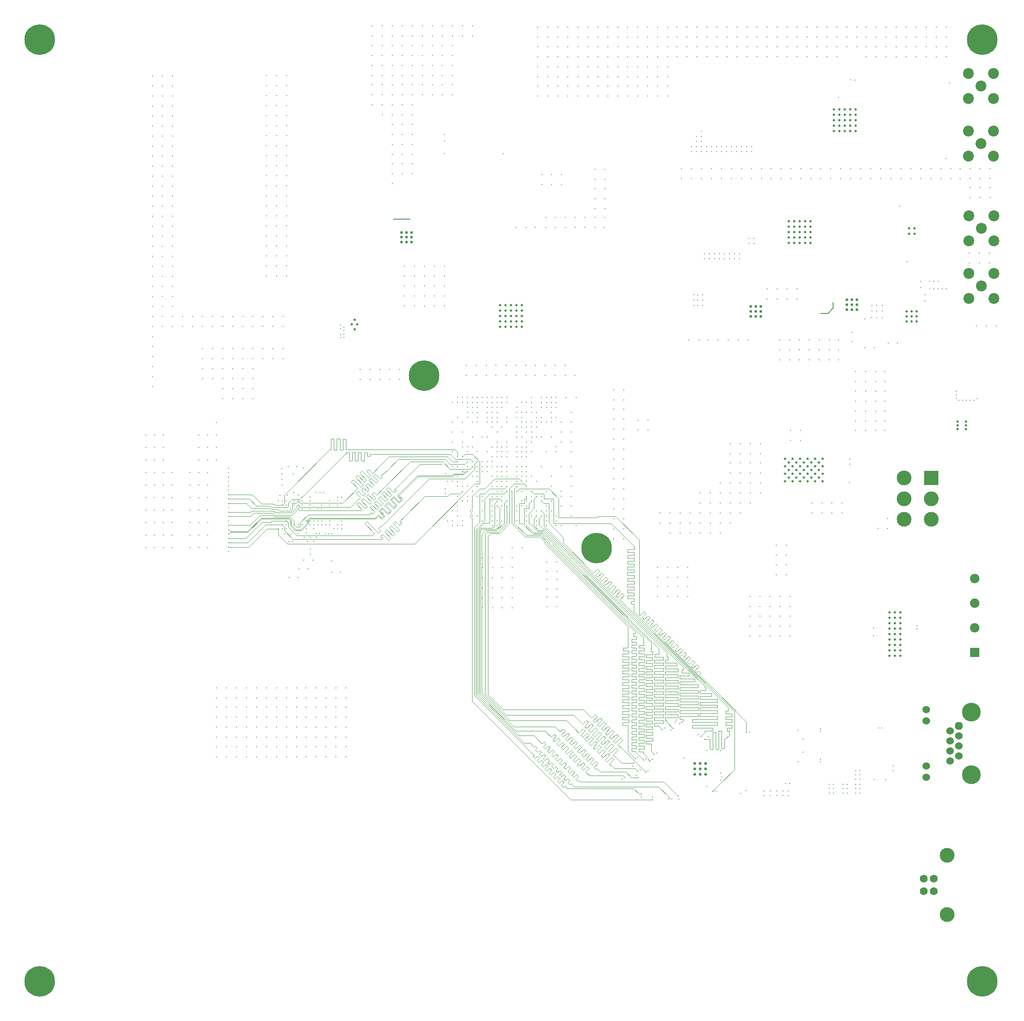
<source format=gbr>
G04*
G04 #@! TF.GenerationSoftware,Altium Limited,Altium Designer,23.11.1 (41)*
G04*
G04 Layer_Physical_Order=3*
G04 Layer_Color=6736896*
%FSLAX44Y44*%
%MOMM*%
G71*
G04*
G04 #@! TF.SameCoordinates,04611707-018F-4F9C-9273-AB504833585F*
G04*
G04*
G04 #@! TF.FilePolarity,Positive*
G04*
G01*
G75*
%ADD16C,0.1524*%
%ADD18C,0.0762*%
%ADD214C,0.1016*%
%ADD217C,6.2000*%
%ADD218C,2.2000*%
%ADD219C,3.8100*%
G04:AMPARAMS|DCode=220|XSize=1.524mm|YSize=1.524mm|CornerRadius=0mm|HoleSize=0mm|Usage=FLASHONLY|Rotation=90.000|XOffset=0mm|YOffset=0mm|HoleType=Round|Shape=Octagon|*
%AMOCTAGOND220*
4,1,8,0.3810,0.7620,-0.3810,0.7620,-0.7620,0.3810,-0.7620,-0.3810,-0.3810,-0.7620,0.3810,-0.7620,0.7620,-0.3810,0.7620,0.3810,0.3810,0.7620,0.0*
%
%ADD220OCTAGOND220*%

%ADD221C,1.5240*%
%ADD222C,3.0000*%
%ADD223C,1.6000*%
%ADD224C,0.6000*%
%ADD225R,1.9050X1.9050*%
%ADD226C,1.9050*%
%ADD227R,3.0000X3.0000*%
%ADD228C,0.3048*%
%ADD229C,0.5588*%
%ADD230C,0.5000*%
%ADD231C,0.5080*%
D16*
X763022Y1592177D02*
X795773D01*
X1629156Y1400463D02*
X1643181D01*
X1653861Y1411143D01*
Y1422400D01*
D18*
X1408207Y642026D02*
X1408476Y641757D01*
X1381889Y668344D02*
X1408207Y642026D01*
X1381889Y668344D02*
X1385259Y671715D01*
X1381128Y675846D02*
X1385259Y671715D01*
X1377758Y672475D02*
X1381128Y675846D01*
X1373627Y676606D02*
X1377758Y672475D01*
X1373627Y676606D02*
X1381579Y684558D01*
X1377448Y688689D02*
X1381579Y684558D01*
X1369496Y680737D02*
X1377448Y688689D01*
X1365365Y684868D02*
X1369496Y680737D01*
X1365365Y684868D02*
X1373317Y692820D01*
X1369186Y696951D02*
X1373317Y692820D01*
X1361234Y688999D02*
X1369186Y696951D01*
X1357103Y693130D02*
X1361234Y688999D01*
X1357103Y693130D02*
X1365055Y701082D01*
X1360925Y705213D02*
X1365055Y701082D01*
X1352972Y697261D02*
X1360925Y705213D01*
X1348841Y701392D02*
X1352972Y697261D01*
X1348841Y701392D02*
X1356794Y709344D01*
X1352663Y713475D02*
X1356794Y709344D01*
X1344711Y705523D02*
X1352663Y713475D01*
X1340580Y709654D02*
X1344711Y705523D01*
X1340580Y709654D02*
X1348532Y717606D01*
X1344401Y721737D02*
X1348532Y717606D01*
X1336449Y713785D02*
X1344401Y721737D01*
X1332318Y717915D02*
X1336449Y713785D01*
X1332318Y717915D02*
X1340270Y725868D01*
X1336139Y729999D02*
X1340270Y725868D01*
X1328187Y722046D02*
X1336139Y729999D01*
X1324056Y726177D02*
X1328187Y722046D01*
X1324056Y726177D02*
X1332008Y734129D01*
X1327877Y738260D02*
X1332008Y734129D01*
X1319925Y730308D02*
X1327877Y738260D01*
X1315794Y734439D02*
X1319925Y730308D01*
X1315794Y734439D02*
X1323746Y742391D01*
X1319615Y746522D02*
X1323746Y742391D01*
X1311663Y738570D02*
X1319615Y746522D01*
X1307532Y742701D02*
X1311663Y738570D01*
X1307532Y742701D02*
X1315484Y750653D01*
X1311353Y754784D02*
X1315484Y750653D01*
X1303401Y746832D02*
X1311353Y754784D01*
X1299270Y750963D02*
X1303401Y746832D01*
X1299270Y750963D02*
X1307223Y758915D01*
X1303092Y763046D02*
X1307223Y758915D01*
X1295139Y755094D02*
X1303092Y763046D01*
X1291009Y759225D02*
X1295139Y755094D01*
X1291009Y759225D02*
X1298961Y767177D01*
X1294830Y771308D02*
X1298961Y767177D01*
X1286878Y763356D02*
X1294830Y771308D01*
X1282747Y767486D02*
X1286878Y763356D01*
X1282747Y767486D02*
X1290699Y775439D01*
X1286568Y779570D02*
X1290699Y775439D01*
X1278616Y771617D02*
X1286568Y779570D01*
X1274485Y775748D02*
X1278616Y771617D01*
X1274485Y775748D02*
X1282437Y783700D01*
X1278306Y787831D02*
X1282437Y783700D01*
X1270354Y779879D02*
X1278306Y787831D01*
X1266223Y784010D02*
X1270354Y779879D01*
X1266223Y784010D02*
X1274175Y791962D01*
X1270044Y796093D02*
X1274175Y791962D01*
X1262092Y788141D02*
X1270044Y796093D01*
X1262092Y788141D02*
X1262092Y788141D01*
X1261823Y788411D02*
X1262092Y788141D01*
X1260562Y789672D02*
X1261823Y788411D01*
X1178560Y989330D02*
X1212850D01*
X1260562Y941618D01*
X1175316Y986087D02*
X1178560Y989330D01*
X1097956Y986087D02*
X1175316D01*
X1260562Y789672D02*
Y941618D01*
X1443318Y545632D02*
Y553769D01*
X1438648D02*
X1443318D01*
X1438648D02*
Y559611D01*
X1448561D01*
Y565453D01*
X1435571D02*
X1448561D01*
X1435571D02*
Y571295D01*
X1448561D01*
Y577137D01*
X1435571D02*
X1448561D01*
X1435571D02*
Y582979D01*
X1448561D01*
Y588821D01*
X1435571D02*
X1448561D01*
X1435571D02*
Y594663D01*
X1441107D01*
Y600505D01*
X1441107D01*
X1440726Y600886D02*
X1441107Y600505D01*
X1224559Y817053D02*
X1440726Y600886D01*
X1402715Y536808D02*
X1404106D01*
Y516890D02*
Y536808D01*
Y516890D02*
X1409948D01*
Y551169D01*
X1415790D01*
Y516890D02*
Y551169D01*
Y516890D02*
X1421632D01*
Y553783D01*
X1427474D01*
Y518541D02*
Y553783D01*
Y518541D02*
X1433316D01*
Y536808D01*
X1433697D01*
X1434494D01*
X1477621Y550829D02*
Y572613D01*
X1408476Y641757D02*
X1477621Y572613D01*
X1393239Y550074D02*
Y554151D01*
X1409314D01*
Y559992D01*
X1367839D02*
X1409314D01*
X1367839D02*
Y565835D01*
X1418639D01*
Y571676D01*
X1367839D02*
X1418639D01*
X1367839D02*
Y577519D01*
X1418639D01*
Y583360D01*
X1383291D02*
X1418639D01*
X1383291D02*
Y589202D01*
X1418639D01*
Y595045D01*
X1383291D02*
X1418639D01*
X1383291D02*
Y600886D01*
X1418639D01*
Y606729D01*
X1383291D02*
X1418639D01*
X1383291D02*
Y612570D01*
X1418639D01*
Y618413D01*
X1383291D02*
X1418639D01*
X1383291D02*
Y624254D01*
X1407205D01*
Y630097D01*
X1383291D02*
X1407205D01*
X1383291D02*
Y635938D01*
X1395521D01*
Y641780D01*
X1393239D02*
X1395521D01*
X1393239D02*
Y642162D01*
Y644063D01*
X1386098Y542934D02*
X1393239Y550074D01*
X1434494Y536808D02*
X1443318Y545632D01*
X1393962Y536808D02*
X1402715D01*
X1349360Y677214D02*
Y681077D01*
X1346778Y677214D02*
X1349360D01*
X1346778Y671372D02*
Y677214D01*
Y671372D02*
X1361620D01*
Y665530D02*
Y671372D01*
X1342585Y665530D02*
X1361620D01*
X1342585Y659688D02*
Y665530D01*
Y659688D02*
X1373304D01*
Y653846D02*
Y659688D01*
X1342585Y653846D02*
X1373304D01*
X1342585Y648004D02*
Y653846D01*
Y648004D02*
X1380242D01*
Y642162D02*
Y648004D01*
X1342585Y642162D02*
X1380242D01*
X1342585Y636320D02*
Y642162D01*
Y636320D02*
X1380242D01*
Y630478D02*
Y636320D01*
X1342585Y630478D02*
X1380242D01*
X1342585Y624636D02*
Y630478D01*
Y624636D02*
X1380242D01*
Y618794D02*
Y624636D01*
X1342585Y618794D02*
X1380242D01*
X1342585Y612952D02*
Y618794D01*
Y612952D02*
X1380242D01*
Y607110D02*
Y612952D01*
X1342585Y607110D02*
X1380242D01*
X1342585Y601268D02*
Y607110D01*
Y601268D02*
X1380242D01*
Y595426D02*
Y601268D01*
X1342585Y595426D02*
X1380242D01*
X1342585Y589584D02*
Y595426D01*
Y589584D02*
X1380242D01*
Y583742D02*
Y589584D01*
X1342585Y583742D02*
X1380242D01*
X1342585Y577900D02*
Y583742D01*
Y577900D02*
X1349360D01*
Y577519D02*
Y577900D01*
Y573862D02*
Y577519D01*
X1347236Y571737D02*
X1349360Y573862D01*
X1453424Y475210D02*
Y592498D01*
X1349360Y681077D02*
Y683631D01*
X1345334Y691968D02*
X1393239Y644063D01*
X1415094Y436880D02*
X1423670Y445456D01*
X1409379Y431165D02*
X1415094Y436880D01*
X1423670Y445456D02*
X1453424Y475210D01*
X1249758Y796165D02*
X1453424Y592498D01*
X1316665Y703427D02*
Y709719D01*
Y703427D02*
X1319064D01*
Y697585D02*
Y703427D01*
X1313008Y697585D02*
X1319064D01*
X1313008Y691743D02*
Y697585D01*
Y691743D02*
X1336938D01*
Y685901D02*
Y691743D01*
X1313008Y685901D02*
X1336938D01*
X1313008Y680059D02*
Y685901D01*
Y680059D02*
X1339279D01*
Y674217D02*
Y680059D01*
X1313008Y674217D02*
X1339279D01*
X1313008Y668375D02*
Y674217D01*
Y668375D02*
X1339279D01*
Y662533D02*
Y668375D01*
X1313008Y662533D02*
X1339279D01*
X1313008Y656691D02*
Y662533D01*
Y656691D02*
X1339279D01*
Y650849D02*
Y656691D01*
X1313008Y650849D02*
X1339279D01*
X1313008Y645007D02*
Y650849D01*
Y645007D02*
X1339279D01*
Y639165D02*
Y645007D01*
X1313008Y639165D02*
X1339279D01*
X1313008Y633323D02*
Y639165D01*
Y633323D02*
X1339279D01*
Y627481D02*
Y633323D01*
X1313008Y627481D02*
X1339279D01*
X1313008Y621639D02*
Y627481D01*
Y621639D02*
X1339279D01*
Y615797D02*
Y621639D01*
X1313008Y615797D02*
X1339279D01*
X1313008Y609955D02*
Y615797D01*
Y609955D02*
X1339279D01*
Y604113D02*
Y609955D01*
X1313008Y604113D02*
X1339279D01*
X1313008Y598271D02*
Y604113D01*
Y598271D02*
X1339279D01*
Y592429D02*
Y598271D01*
X1313008Y592429D02*
X1339279D01*
X1313008Y586587D02*
Y592429D01*
Y586587D02*
X1339279D01*
Y580745D02*
Y586587D01*
X1313008Y580745D02*
X1339279D01*
X1313008Y574903D02*
Y580745D01*
Y574903D02*
X1316665D01*
Y574522D02*
Y574903D01*
Y709719D02*
Y712016D01*
Y571115D02*
Y574522D01*
X1069577Y963414D02*
X1349360Y683631D01*
X1300573Y709719D02*
Y720131D01*
X1291747Y709719D02*
X1300573D01*
X1291747Y703877D02*
Y709719D01*
Y703877D02*
X1309960D01*
Y698035D02*
Y703877D01*
X1290877Y698035D02*
X1309960D01*
X1290877Y692193D02*
Y698035D01*
Y692193D02*
X1309960D01*
Y686351D02*
Y692193D01*
X1290877Y686351D02*
X1309960D01*
X1290877Y680509D02*
Y686351D01*
Y680509D02*
X1309960D01*
Y674667D02*
Y680509D01*
X1290877Y674667D02*
X1309960D01*
X1290877Y668825D02*
Y674667D01*
Y668825D02*
X1309960D01*
Y662983D02*
Y668825D01*
X1290877Y662983D02*
X1309960D01*
X1290877Y657141D02*
Y662983D01*
Y657141D02*
X1309960D01*
Y651299D02*
Y657141D01*
X1290877Y651299D02*
X1309960D01*
X1290877Y645457D02*
Y651299D01*
Y645457D02*
X1309960D01*
Y639615D02*
Y645457D01*
X1290877Y639615D02*
X1309960D01*
X1290877Y633773D02*
Y639615D01*
Y633773D02*
X1309960D01*
Y627931D02*
Y633773D01*
X1290877Y627931D02*
X1309960D01*
X1290877Y622089D02*
Y627931D01*
Y622089D02*
X1309960D01*
Y616247D02*
Y622089D01*
X1290877Y616247D02*
X1309960D01*
X1290877Y610405D02*
Y616247D01*
Y610405D02*
X1309960D01*
Y604563D02*
Y610405D01*
X1290877Y604563D02*
X1309960D01*
X1290877Y598721D02*
Y604563D01*
Y598721D02*
X1309960D01*
Y592879D02*
Y598721D01*
X1290877Y592879D02*
X1309960D01*
X1290877Y587037D02*
Y592879D01*
Y587037D02*
X1309960D01*
Y581195D02*
Y587037D01*
X1290877Y581195D02*
X1309960D01*
X1290877Y575353D02*
Y581195D01*
Y575353D02*
X1309960D01*
Y569511D02*
Y575353D01*
X1290877Y569511D02*
X1309960D01*
X1290877Y563669D02*
Y569511D01*
Y563669D02*
X1300573D01*
Y563288D02*
Y563669D01*
Y720131D02*
Y720746D01*
X1284932Y720413D02*
Y724093D01*
X1284442Y720413D02*
X1284932D01*
X1284442Y714570D02*
Y720413D01*
Y714570D02*
X1287829D01*
Y708728D02*
Y714570D01*
X1274308Y708728D02*
X1287829D01*
X1274308Y702887D02*
Y708728D01*
Y702887D02*
X1287829D01*
Y697045D02*
Y702887D01*
X1274308Y697045D02*
X1287829D01*
X1274308Y691202D02*
Y697045D01*
Y691202D02*
X1287829D01*
Y685360D02*
Y691202D01*
X1274308Y685360D02*
X1287829D01*
X1274308Y679519D02*
Y685360D01*
Y679519D02*
X1287829D01*
Y673677D02*
Y679519D01*
X1274308Y673677D02*
X1287829D01*
X1274308Y667834D02*
Y673677D01*
Y667834D02*
X1287829D01*
Y661992D02*
Y667834D01*
X1274308Y661992D02*
X1287829D01*
X1274308Y656151D02*
Y661992D01*
Y656151D02*
X1287829D01*
Y650309D02*
Y656151D01*
X1274308Y650309D02*
X1287829D01*
X1274308Y644466D02*
Y650309D01*
Y644466D02*
X1287829D01*
Y638624D02*
Y644466D01*
X1274308Y638624D02*
X1287829D01*
X1274308Y632783D02*
Y638624D01*
Y632783D02*
X1287829D01*
Y626940D02*
Y632783D01*
X1274308Y626940D02*
X1287829D01*
X1274308Y621099D02*
Y626940D01*
Y621099D02*
X1287829D01*
Y615257D02*
Y621099D01*
X1274308Y615257D02*
X1287829D01*
X1274308Y609414D02*
Y615257D01*
Y609414D02*
X1287829D01*
Y603573D02*
Y609414D01*
X1274308Y603573D02*
X1287829D01*
X1274308Y597730D02*
Y603573D01*
Y597730D02*
X1287829D01*
Y591889D02*
Y597730D01*
X1274308Y591889D02*
X1287829D01*
X1274308Y586046D02*
Y591889D01*
Y586046D02*
X1287829D01*
Y580205D02*
Y586046D01*
X1274308Y580205D02*
X1287829D01*
X1274308Y574362D02*
Y580205D01*
Y574362D02*
X1287829D01*
Y568521D02*
Y574362D01*
X1274308Y568521D02*
X1287829D01*
X1274308Y562678D02*
Y568521D01*
Y562678D02*
X1287829D01*
Y556837D02*
Y562678D01*
X1274308Y556837D02*
X1287829D01*
X1274308Y550994D02*
Y556837D01*
Y550994D02*
X1287829D01*
Y545153D02*
Y550994D01*
X1274308Y545153D02*
X1287829D01*
X1274308Y539310D02*
Y545153D01*
Y539310D02*
X1287829D01*
Y533469D02*
Y539310D01*
X1274308Y533469D02*
X1287829D01*
X1274308Y527626D02*
Y533469D01*
Y527626D02*
X1284932D01*
Y527245D02*
Y527626D01*
Y724093D02*
Y732076D01*
Y512506D02*
Y527245D01*
X1067807Y960874D02*
X1316665Y712016D01*
Y571115D02*
X1328980Y558800D01*
X1057510Y971984D02*
X1066081Y963414D01*
X1057510Y971984D02*
Y985001D01*
X1062510Y990001D01*
X1084801Y952500D02*
X1345334Y691968D01*
X1224290Y817322D02*
X1224559Y817053D01*
X1221311Y820301D02*
X1224290Y817322D01*
X1221311Y820301D02*
X1229971Y828960D01*
X1225840Y833091D02*
X1229971Y828960D01*
X1217181Y824432D02*
X1225840Y833091D01*
X1213050Y828563D02*
X1217181Y824432D01*
X1213050Y828563D02*
X1221709Y837222D01*
X1217578Y841353D02*
X1221709Y837222D01*
X1208919Y832693D02*
X1217578Y841353D01*
X1204788Y836824D02*
X1208919Y832693D01*
X1204788Y836824D02*
X1213447Y845484D01*
X1209316Y849615D02*
X1213447Y845484D01*
X1200657Y840955D02*
X1209316Y849615D01*
X1196526Y845086D02*
X1200657Y840955D01*
X1196526Y845086D02*
X1205185Y853746D01*
X1201054Y857877D02*
X1205185Y853746D01*
X1192395Y849217D02*
X1201054Y857877D01*
X1188264Y853348D02*
X1192395Y849217D01*
X1188264Y853348D02*
X1196924Y862007D01*
X1192793Y866138D02*
X1196924Y862007D01*
X1184133Y857479D02*
X1192793Y866138D01*
X1180002Y861610D02*
X1184133Y857479D01*
X1180002Y861610D02*
X1188662Y870269D01*
X1184531Y874400D02*
X1188662Y870269D01*
X1175871Y865741D02*
X1184531Y874400D01*
X1171740Y869872D02*
X1175871Y865741D01*
X1171740Y869872D02*
X1180400Y878531D01*
X1176269Y882662D02*
X1180400Y878531D01*
X1167609Y874003D02*
X1176269Y882662D01*
X1167609Y874003D02*
X1167609Y874003D01*
X1167340Y874272D02*
X1167609Y874003D01*
X1106326Y935286D02*
X1167340Y874272D01*
X1268916Y733616D02*
Y739445D01*
Y733616D02*
X1270344D01*
Y727774D02*
Y733616D01*
X1260198Y727774D02*
X1270344D01*
X1260198Y721932D02*
Y727774D01*
Y721932D02*
X1270674D01*
Y716090D02*
Y721932D01*
X1260198Y716090D02*
X1270674D01*
X1260198Y710248D02*
Y716090D01*
Y710248D02*
X1270674D01*
Y704406D02*
Y710248D01*
X1260198Y704406D02*
X1270674D01*
X1260198Y698564D02*
Y704406D01*
Y698564D02*
X1270674D01*
Y692722D02*
Y698564D01*
X1260198Y692722D02*
X1270674D01*
X1260198Y686880D02*
Y692722D01*
Y686880D02*
X1270674D01*
Y681038D02*
Y686880D01*
X1260198Y681038D02*
X1270674D01*
X1260198Y675196D02*
Y681038D01*
Y675196D02*
X1270674D01*
Y669354D02*
Y675196D01*
X1260198Y669354D02*
X1270674D01*
X1260198Y663512D02*
Y669354D01*
Y663512D02*
X1270674D01*
Y657670D02*
Y663512D01*
X1260198Y657670D02*
X1270674D01*
X1260198Y651828D02*
Y657670D01*
Y651828D02*
X1270674D01*
Y645986D02*
Y651828D01*
X1260198Y645986D02*
X1270674D01*
X1260198Y640144D02*
Y645986D01*
Y640144D02*
X1270674D01*
Y634302D02*
Y640144D01*
X1260198Y634302D02*
X1270674D01*
X1260198Y628460D02*
Y634302D01*
Y628460D02*
X1270674D01*
Y622618D02*
Y628460D01*
X1260198Y622618D02*
X1270674D01*
X1260198Y616776D02*
Y622618D01*
Y616776D02*
X1270674D01*
Y610934D02*
Y616776D01*
X1260198Y610934D02*
X1270674D01*
X1260198Y605092D02*
Y610934D01*
Y605092D02*
X1270674D01*
Y599250D02*
Y605092D01*
X1260198Y599250D02*
X1270674D01*
X1260198Y593408D02*
Y599250D01*
Y593408D02*
X1270674D01*
Y587566D02*
Y593408D01*
X1260198Y587566D02*
X1270674D01*
X1260198Y581724D02*
Y587566D01*
Y581724D02*
X1270674D01*
Y575882D02*
Y581724D01*
X1260198Y575882D02*
X1270674D01*
X1260198Y570040D02*
Y575882D01*
Y570040D02*
X1270674D01*
Y564198D02*
Y570040D01*
X1260198Y564198D02*
X1270674D01*
X1260198Y558356D02*
Y564198D01*
Y558356D02*
X1270674D01*
Y552514D02*
Y558356D01*
X1260198Y552514D02*
X1270674D01*
X1260198Y546672D02*
Y552514D01*
Y546672D02*
X1270674D01*
Y540830D02*
Y546672D01*
X1260198Y540830D02*
X1270674D01*
X1260198Y534988D02*
Y540830D01*
Y534988D02*
X1270674D01*
Y529146D02*
Y534988D01*
X1260198Y529146D02*
X1270674D01*
X1260198Y523304D02*
Y529146D01*
Y523304D02*
X1270674D01*
Y517462D02*
Y523304D01*
X1260198Y517462D02*
X1270674D01*
X1260198Y511620D02*
Y517462D01*
Y511620D02*
X1268916D01*
Y511239D02*
Y511620D01*
Y739445D02*
Y743071D01*
Y508521D02*
Y511239D01*
X1077656Y934331D02*
X1268916Y743071D01*
X1253203Y751935D02*
Y753120D01*
X1249259Y751935D02*
X1253203D01*
X1249259Y746093D02*
Y751935D01*
Y746093D02*
X1255011D01*
Y740251D02*
Y746093D01*
X1245870Y740251D02*
X1255011D01*
X1245870Y734409D02*
Y740251D01*
Y734409D02*
X1255011D01*
Y728567D02*
Y734409D01*
X1245870Y728567D02*
X1255011D01*
X1245870Y722725D02*
Y728567D01*
Y722725D02*
X1255011D01*
Y716883D02*
Y722725D01*
X1245870Y716883D02*
X1255011D01*
X1245870Y711041D02*
Y716883D01*
Y711041D02*
X1255011D01*
Y705199D02*
Y711041D01*
X1245870Y705199D02*
X1255011D01*
X1245870Y699357D02*
Y705199D01*
Y699357D02*
X1255011D01*
Y693515D02*
Y699357D01*
X1245870Y693515D02*
X1255011D01*
X1245870Y687673D02*
Y693515D01*
Y687673D02*
X1255011D01*
Y681831D02*
Y687673D01*
X1245870Y681831D02*
X1255011D01*
X1245870Y675989D02*
Y681831D01*
Y675989D02*
X1255011D01*
Y670147D02*
Y675989D01*
X1245870Y670147D02*
X1255011D01*
X1245870Y664305D02*
Y670147D01*
Y664305D02*
X1255011D01*
Y658463D02*
Y664305D01*
X1245870Y658463D02*
X1255011D01*
X1245870Y652621D02*
Y658463D01*
Y652621D02*
X1255011D01*
Y646779D02*
Y652621D01*
X1245870Y646779D02*
X1255011D01*
X1245870Y640937D02*
Y646779D01*
Y640937D02*
X1255011D01*
Y635095D02*
Y640937D01*
X1245870Y635095D02*
X1255011D01*
X1245870Y629253D02*
Y635095D01*
Y629253D02*
X1255011D01*
Y623411D02*
Y629253D01*
X1245870Y623411D02*
X1255011D01*
X1245870Y617569D02*
Y623411D01*
Y617569D02*
X1255011D01*
Y611727D02*
Y617569D01*
X1245870Y611727D02*
X1255011D01*
X1245870Y605885D02*
Y611727D01*
Y605885D02*
X1255011D01*
Y600043D02*
Y605885D01*
X1245870Y600043D02*
X1255011D01*
X1245870Y594201D02*
Y600043D01*
Y594201D02*
X1255011D01*
Y588359D02*
Y594201D01*
X1245870Y588359D02*
X1255011D01*
X1245870Y582517D02*
Y588359D01*
Y582517D02*
X1255011D01*
Y576675D02*
Y582517D01*
X1245870Y576675D02*
X1255011D01*
X1245870Y570833D02*
Y576675D01*
Y570833D02*
X1255011D01*
Y564991D02*
Y570833D01*
X1245870Y564991D02*
X1255011D01*
X1245870Y559149D02*
Y564991D01*
Y559149D02*
X1255011D01*
Y553307D02*
Y559149D01*
X1245870Y553307D02*
X1255011D01*
X1245870Y547465D02*
Y553307D01*
Y547465D02*
X1255011D01*
Y541623D02*
Y547465D01*
X1245870Y541623D02*
X1255011D01*
X1245870Y535781D02*
Y541623D01*
Y535781D02*
X1255011D01*
Y529939D02*
Y535781D01*
X1245870Y529939D02*
X1255011D01*
X1245870Y524097D02*
Y529939D01*
Y524097D02*
X1255011D01*
Y518255D02*
Y524097D01*
X1245870Y518255D02*
X1255011D01*
X1245870Y512413D02*
Y518255D01*
Y512413D02*
X1253203D01*
Y512032D02*
Y512413D01*
Y511239D02*
Y512032D01*
Y753120D02*
Y754473D01*
Y511239D02*
X1269822Y494620D01*
X1237978Y722390D02*
Y754473D01*
X1227589Y722390D02*
X1237978D01*
X1227589Y716548D02*
Y722390D01*
Y716548D02*
X1239497D01*
Y710706D02*
Y716548D01*
X1227007Y710706D02*
X1239497D01*
X1227007Y704864D02*
Y710706D01*
Y704864D02*
X1239497D01*
Y699022D02*
Y704864D01*
X1227007Y699022D02*
X1239497D01*
X1227007Y693180D02*
Y699022D01*
Y693180D02*
X1239497D01*
Y687338D02*
Y693180D01*
X1227007Y687338D02*
X1239497D01*
X1227007Y681496D02*
Y687338D01*
Y681496D02*
X1239497D01*
Y675654D02*
Y681496D01*
X1227007Y675654D02*
X1239497D01*
X1227007Y669812D02*
Y675654D01*
Y669812D02*
X1239497D01*
Y663970D02*
Y669812D01*
X1227007Y663970D02*
X1239497D01*
X1227007Y658128D02*
Y663970D01*
Y658128D02*
X1239497D01*
Y652286D02*
Y658128D01*
X1227007Y652286D02*
X1239497D01*
X1227007Y646444D02*
Y652286D01*
Y646444D02*
X1239497D01*
Y640602D02*
Y646444D01*
X1227007Y640602D02*
X1239497D01*
X1227007Y634760D02*
Y640602D01*
Y634760D02*
X1239497D01*
Y628918D02*
Y634760D01*
X1227007Y628918D02*
X1239497D01*
X1227007Y623076D02*
Y628918D01*
Y623076D02*
X1239497D01*
Y617234D02*
Y623076D01*
X1227007Y617234D02*
X1239497D01*
X1227007Y611392D02*
Y617234D01*
Y611392D02*
X1239497D01*
Y605550D02*
Y611392D01*
X1227007Y605550D02*
X1239497D01*
X1227007Y599708D02*
Y605550D01*
Y599708D02*
X1239497D01*
Y593866D02*
Y599708D01*
X1227007Y593866D02*
X1239497D01*
X1227007Y588024D02*
Y593866D01*
Y588024D02*
X1239497D01*
Y582182D02*
Y588024D01*
X1227007Y582182D02*
X1239497D01*
X1227007Y576340D02*
Y582182D01*
Y576340D02*
X1239497D01*
Y570498D02*
Y576340D01*
X1227007Y570498D02*
X1239497D01*
X1227007Y564656D02*
Y570498D01*
Y564656D02*
X1237978D01*
Y564275D02*
Y564656D01*
Y754473D02*
Y765388D01*
Y512313D02*
Y564275D01*
Y512313D02*
X1252837Y497455D01*
X1249758Y805263D02*
Y810946D01*
X1244341D02*
X1249758D01*
X1244341D02*
Y816787D01*
X1250297D01*
Y822629D01*
X1237269D02*
X1250297D01*
X1237269D02*
Y828472D01*
X1250297D01*
Y834314D01*
X1237269D02*
X1250297D01*
X1237269D02*
Y840155D01*
X1250297D01*
Y845997D01*
X1237269D02*
X1250297D01*
X1237269D02*
Y851840D01*
X1250297D01*
Y857682D01*
X1237269D02*
X1250297D01*
X1237269D02*
Y863523D01*
X1250297D01*
Y869365D01*
X1237269D02*
X1250297D01*
X1237269D02*
Y875208D01*
X1250297D01*
Y881049D01*
X1237269D02*
X1250297D01*
X1237269D02*
Y886891D01*
X1250297D01*
Y892734D01*
X1237269D02*
X1250297D01*
X1237269D02*
Y898576D01*
X1250297D01*
Y904417D01*
X1237269D02*
X1250297D01*
X1237269D02*
Y910259D01*
X1250297D01*
Y916102D01*
X1237269D02*
X1250297D01*
X1237269D02*
Y921944D01*
X1250297D01*
Y927785D01*
X1249758D02*
X1250297D01*
X1249758D02*
Y928167D01*
Y796165D02*
Y805263D01*
X1204058Y975000D02*
X1249758Y929301D01*
Y928167D02*
Y929301D01*
X1067510Y969792D02*
X1084801Y952500D01*
X1090959Y930360D02*
X1300573Y720746D01*
Y563288D02*
X1307512Y556349D01*
X1085997Y931011D02*
X1284932Y732076D01*
Y512506D02*
X1291065Y506373D01*
X1268916Y508521D02*
X1278865Y498572D01*
Y495960D02*
Y498572D01*
Y495960D02*
X1282348Y492477D01*
X1074608Y933068D02*
X1253203Y754473D01*
X1069544Y933822D02*
X1237978Y765388D01*
X922309Y613664D02*
X1121786Y414187D01*
X1031179Y520613D02*
X1031449Y520343D01*
X1043312Y508480D01*
X1044118Y509285D01*
X1048249Y505154D01*
X1044921Y501826D02*
X1048249Y505154D01*
X1044921Y501826D02*
X1049052Y497696D01*
X1054355Y502999D01*
X1058486Y498868D01*
X1053183Y493565D02*
X1058486Y498868D01*
X1053183Y493565D02*
X1057314Y489434D01*
X1062617Y494737D01*
X1066748Y490606D01*
X1061445Y485303D02*
X1066748Y490606D01*
X1061445Y485303D02*
X1065575Y481172D01*
X1070879Y486475D01*
X1075010Y482345D01*
X1069706Y477041D02*
X1075010Y482345D01*
X1069706Y477041D02*
X1073837Y472910D01*
X1079141Y478214D01*
X1083272Y474083D01*
X1077968Y468779D02*
X1083272Y474083D01*
X1077968Y468779D02*
X1082099Y464648D01*
X1087403Y469952D01*
X1091534Y465821D01*
X1086230Y460517D02*
X1091534Y465821D01*
X1086230Y460517D02*
X1090361Y456386D01*
X1095665Y461690D01*
X1099796Y457559D01*
X1094492Y452255D02*
X1099796Y457559D01*
X1094492Y452255D02*
X1098623Y448125D01*
X1103926Y453428D01*
X1108057Y449297D01*
X1102754Y443994D02*
X1108057Y449297D01*
X1102754Y443994D02*
X1106885Y439863D01*
X1109407Y442385D01*
X1109407Y442385D01*
Y442385D02*
X1109677Y442115D01*
X926309Y625483D02*
X1031179Y520613D01*
X1109677Y442115D02*
X1114378Y437414D01*
X1043153Y526035D02*
X1043422Y525766D01*
X1043830Y525357D01*
X1043217Y524744D02*
X1043830Y525357D01*
X1043217Y524744D02*
X1047348Y520613D01*
X1050029Y523294D01*
X1054160Y519163D01*
X1049654Y514657D02*
X1054160Y519163D01*
X1049654Y514657D02*
X1053785Y510526D01*
X1058291Y515032D01*
X1062422Y510901D01*
X1057916Y506395D02*
X1062422Y510901D01*
X1057916Y506395D02*
X1062047Y502265D01*
X1066553Y506770D01*
X1070684Y502639D01*
X1066178Y498134D02*
X1070684Y502639D01*
X1066178Y498134D02*
X1070309Y494003D01*
X1074815Y498508D01*
X1078945Y494377D01*
X1074440Y489872D02*
X1078945Y494377D01*
X1074440Y489872D02*
X1078571Y485741D01*
X1083076Y490247D01*
X1087207Y486116D01*
X1082702Y481610D02*
X1087207Y486116D01*
X1082702Y481610D02*
X1086833Y477479D01*
X1091338Y481985D01*
X1095469Y477854D01*
X1090964Y473348D02*
X1095469Y477854D01*
X1090964Y473348D02*
X1095095Y469217D01*
X1099600Y473723D01*
X1103731Y469592D01*
X1099225Y465086D02*
X1103731Y469592D01*
X1099225Y465086D02*
X1103356Y460955D01*
X1107862Y465461D01*
X1111993Y461330D01*
X1107487Y456824D02*
X1111993Y461330D01*
X1107487Y456824D02*
X1111618Y452694D01*
X1116124Y457199D01*
X1120255Y453068D01*
X1115749Y448563D02*
X1120255Y453068D01*
X1115749Y448563D02*
X1119880Y444432D01*
X1122318Y446870D01*
X1122318Y446870D01*
Y446870D02*
X1122587Y446600D01*
X1040272Y528916D02*
X1043153Y526035D01*
X1122587Y446600D02*
X1128641Y440547D01*
X1052569Y539075D02*
X1052838Y538805D01*
X1059671Y531973D01*
X1059651Y531953D02*
X1059671Y531973D01*
X1059651Y531953D02*
X1063782Y527822D01*
X1067945Y531986D01*
X1072076Y527855D01*
X1066079Y521857D02*
X1072076Y527855D01*
X1066079Y521857D02*
X1070210Y517726D01*
X1076207Y523724D01*
X1080338Y519593D01*
X1074340Y513595D02*
X1080338Y519593D01*
X1074340Y513595D02*
X1078471Y509464D01*
X1084469Y515462D01*
X1088600Y511331D01*
X1082602Y505334D02*
X1088600Y511331D01*
X1082602Y505334D02*
X1086733Y501203D01*
X1092731Y507200D01*
X1096862Y503069D01*
X1090864Y497072D02*
X1096862Y503069D01*
X1090864Y497072D02*
X1094995Y492941D01*
X1100993Y498938D01*
X1105124Y494807D01*
X1099126Y488810D02*
X1105124Y494807D01*
X1099126Y488810D02*
X1103257Y484679D01*
X1109254Y490676D01*
X1113385Y486546D01*
X1107388Y480548D02*
X1113385Y486546D01*
X1107388Y480548D02*
X1111519Y476417D01*
X1117516Y482415D01*
X1121647Y478284D01*
X1115650Y472286D02*
X1121647Y478284D01*
X1115650Y472286D02*
X1119781Y468155D01*
X1125778Y474153D01*
X1129909Y470022D01*
X1123911Y464024D02*
X1129909Y470022D01*
X1123911Y464024D02*
X1128042Y459893D01*
X1134040Y465891D01*
X1138171Y461760D01*
X1132173Y455762D02*
X1138171Y461760D01*
X1132173Y455762D02*
X1136304Y451632D01*
X1138158Y453485D01*
X1138158Y453485D01*
Y453485D02*
X1138428Y453216D01*
X1047223Y544420D02*
X1052569Y539075D01*
X1138428Y453216D02*
X1141109Y450535D01*
X1072462Y551393D02*
X1072731Y551124D01*
X1082301Y541554D01*
X1088222Y547475D01*
X1092352Y543344D01*
X1085099Y536090D02*
X1092352Y543344D01*
X1085099Y536090D02*
X1089230Y531959D01*
X1096753Y539483D01*
X1100884Y535352D01*
X1093361Y527828D02*
X1100884Y535352D01*
X1093361Y527828D02*
X1097492Y523698D01*
X1105015Y531221D01*
X1109146Y527090D01*
X1101622Y519567D02*
X1109146Y527090D01*
X1101622Y519567D02*
X1105753Y515436D01*
X1113277Y522959D01*
X1117408Y518828D01*
X1109884Y511305D02*
X1117408Y518828D01*
X1109884Y511305D02*
X1114015Y507174D01*
X1121539Y514697D01*
X1125670Y510566D01*
X1118146Y503043D02*
X1125670Y510566D01*
X1118146Y503043D02*
X1122277Y498912D01*
X1129800Y506436D01*
X1133931Y502305D01*
X1126408Y494781D02*
X1133931Y502305D01*
X1126408Y494781D02*
X1130539Y490650D01*
X1138062Y498174D01*
X1142193Y494043D01*
X1134670Y486519D02*
X1142193Y494043D01*
X1134670Y486519D02*
X1138801Y482388D01*
X1146324Y489912D01*
X1150455Y485781D01*
X1142932Y478257D02*
X1150455Y485781D01*
X1142932Y478257D02*
X1147063Y474127D01*
X1154586Y481650D01*
X1158717Y477519D01*
X1151193Y469996D02*
X1158717Y477519D01*
X1151193Y469996D02*
X1155324Y465865D01*
X1156657Y467198D01*
X1156657Y467198D01*
Y467198D02*
X1156927Y466928D01*
X1069642Y554212D02*
X1072462Y551393D01*
X1156927Y466928D02*
X1160748Y463107D01*
X1095205Y557445D02*
X1095475Y557176D01*
X1096346Y556304D01*
X1096106Y556063D02*
X1096346Y556304D01*
X1096106Y556063D02*
X1100237Y551932D01*
X1106566Y558262D01*
X1110697Y554131D01*
X1102678Y546112D02*
X1110697Y554131D01*
X1102678Y546112D02*
X1106809Y541981D01*
X1114828Y550000D01*
X1118959Y545869D01*
X1110940Y537850D02*
X1118959Y545869D01*
X1110940Y537850D02*
X1115071Y533719D01*
X1123090Y541738D01*
X1127221Y537607D01*
X1119202Y529589D02*
X1127221Y537607D01*
X1119202Y529589D02*
X1123333Y525457D01*
X1131352Y533477D01*
X1135483Y529346D01*
X1127464Y521327D02*
X1135483Y529346D01*
X1127464Y521327D02*
X1131595Y517196D01*
X1139614Y525215D01*
X1143745Y521084D01*
X1135726Y513065D02*
X1143745Y521084D01*
X1135726Y513065D02*
X1139856Y508934D01*
X1147876Y516953D01*
X1152007Y512822D01*
X1143987Y504803D02*
X1152007Y512822D01*
X1143987Y504803D02*
X1148118Y500672D01*
X1156137Y508691D01*
X1160268Y504560D01*
X1152249Y496541D02*
X1160268Y504560D01*
X1152249Y496541D02*
X1156380Y492410D01*
X1164399Y500429D01*
X1168530Y496298D01*
X1160511Y488279D02*
X1168530Y496298D01*
X1160511Y488279D02*
X1164642Y484148D01*
X1172661Y492167D01*
X1176792Y488036D01*
X1168773Y480018D02*
X1176792Y488036D01*
X1168773Y480018D02*
X1172904Y475886D01*
X1174834Y477817D01*
X1174834Y477817D01*
Y477817D02*
X1175103Y477547D01*
X1090715Y561936D02*
X1095205Y557445D01*
X1175103Y477547D02*
X1182138Y470512D01*
X1117424Y571182D02*
X1117694Y570913D01*
X1130330Y558276D01*
X1130529Y558475D01*
X1134660Y554344D01*
X1133690Y553374D02*
X1134660Y554344D01*
X1133690Y553374D02*
X1137821Y549244D01*
X1146691Y558113D01*
X1150822Y553982D01*
X1141952Y545113D02*
X1150822Y553982D01*
X1141952Y545113D02*
X1146083Y540982D01*
X1154953Y549851D01*
X1159084Y545720D01*
X1150214Y536851D02*
X1159084Y545720D01*
X1150214Y536851D02*
X1154345Y532720D01*
X1163215Y541590D01*
X1167346Y537459D01*
X1158476Y528589D02*
X1167346Y537459D01*
X1158476Y528589D02*
X1162607Y524458D01*
X1171477Y533328D01*
X1175608Y529197D01*
X1166738Y520327D02*
X1175608Y529197D01*
X1166738Y520327D02*
X1170869Y516196D01*
X1179738Y525066D01*
X1183869Y520935D01*
X1175000Y512065D02*
X1183869Y520935D01*
X1175000Y512065D02*
X1179131Y507934D01*
X1188000Y516804D01*
X1192131Y512673D01*
X1183261Y503803D02*
X1192131Y512673D01*
X1183261Y503803D02*
X1187392Y499673D01*
X1196262Y508542D01*
X1200393Y504411D01*
X1191523Y495542D02*
X1200393Y504411D01*
X1191523Y495542D02*
X1195654Y491411D01*
X1204524Y500280D01*
X1208655Y496150D01*
X1199785Y487280D02*
X1208655Y496150D01*
X1199785Y487280D02*
X1203916Y483149D01*
X1204687Y483920D01*
X1204687Y483920D01*
Y483920D02*
X1204956Y483650D01*
X1113567Y575040D02*
X1117425Y571182D01*
X1204956Y483650D02*
X1210788Y477818D01*
X1134118Y579673D02*
X1134387Y579403D01*
X1146095Y567695D01*
X1153823Y575424D01*
X1157954Y571293D01*
X1149432Y562771D02*
X1157954Y571293D01*
X1149432Y562771D02*
X1153563Y558639D01*
X1163581Y568658D01*
X1167712Y564527D01*
X1157694Y554509D02*
X1167712Y564527D01*
X1157694Y554509D02*
X1161825Y550378D01*
X1171843Y560396D01*
X1175974Y556265D01*
X1165956Y546247D02*
X1175974Y556265D01*
X1165956Y546247D02*
X1170086Y542116D01*
X1180105Y552134D01*
X1184236Y548004D01*
X1174217Y537985D02*
X1184236Y548004D01*
X1174217Y537985D02*
X1178348Y533854D01*
X1188367Y543872D01*
X1192498Y539742D01*
X1182479Y529723D02*
X1192498Y539742D01*
X1182479Y529723D02*
X1186610Y525592D01*
X1196629Y535611D01*
X1200760Y531480D01*
X1190741Y521461D02*
X1200760Y531480D01*
X1190741Y521461D02*
X1194872Y517330D01*
X1204891Y527349D01*
X1209021Y523218D01*
X1199003Y513200D02*
X1209021Y523218D01*
X1199003Y513200D02*
X1203134Y509068D01*
X1213152Y519087D01*
X1217283Y514956D01*
X1207265Y504938D02*
X1217283Y514956D01*
X1207265Y504938D02*
X1211396Y500807D01*
X1212190Y501601D01*
X1212190Y501601D01*
Y501601D02*
X1212459Y501331D01*
X1127427Y586364D02*
X1134118Y579673D01*
X1212459Y501331D02*
X1225167Y488623D01*
X1160374Y583954D02*
X1160644Y583685D01*
X1164212Y580116D01*
X1170668Y586572D01*
X1174799Y582441D01*
X1166950Y574592D02*
X1174799Y582441D01*
X1166950Y574592D02*
X1171081Y570461D01*
X1181107Y580487D01*
X1185238Y576356D01*
X1175212Y566330D02*
X1185238Y576356D01*
X1175212Y566330D02*
X1179343Y562199D01*
X1189369Y572225D01*
X1193500Y568094D01*
X1183474Y558068D02*
X1193500Y568094D01*
X1183474Y558068D02*
X1187605Y553937D01*
X1197631Y563964D01*
X1201762Y559833D01*
X1191736Y549806D02*
X1201762Y559833D01*
X1191736Y549806D02*
X1195867Y545676D01*
X1205893Y555702D01*
X1210024Y551571D01*
X1199997Y541545D02*
X1210024Y551571D01*
X1199997Y541545D02*
X1204128Y537414D01*
X1214155Y547440D01*
X1218286Y543309D01*
X1208259Y533283D02*
X1218286Y543309D01*
X1208259Y533283D02*
X1212390Y529152D01*
X1222417Y539178D01*
X1226547Y535047D01*
X1216521Y525021D02*
X1226547Y535047D01*
X1216521Y525021D02*
X1220652Y520890D01*
X1222045Y522283D01*
X1222045Y522283D01*
Y522283D02*
X1222315Y522014D01*
X1147194Y597135D02*
X1160374Y583954D01*
X1222315Y522014D02*
X1274304Y470025D01*
X1182138Y470512D02*
X1233226D01*
X1244822Y458917D02*
X1258221D01*
X1233226Y470512D02*
X1244822Y458917D01*
X1160748Y463107D02*
X1227952D01*
X1249222Y437414D02*
X1260440Y426196D01*
X1265071D01*
X1227952Y463107D02*
X1231358Y459702D01*
X1128641Y440547D02*
X1299883D01*
X1320437Y419993D01*
X1114378Y437414D02*
X1249222D01*
X1225167Y488623D02*
X1249778D01*
X991291Y586364D02*
X1127427D01*
X1210788Y477818D02*
X1252120D01*
X998305Y575040D02*
X1113567D01*
X1310316Y450535D02*
X1339179Y421671D01*
X1141109Y450535D02*
X1310316D01*
X1007098Y561936D02*
X1090715D01*
X941549Y631795D02*
Y952500D01*
X935453Y629270D02*
Y960472D01*
X938501Y630533D02*
Y959928D01*
X932405Y628008D02*
Y961016D01*
X926309Y625483D02*
Y966286D01*
X929357Y626745D02*
Y961560D01*
X984831Y597135D02*
X1147194D01*
X935453Y629270D02*
X1010511Y554212D01*
X1069642D01*
X1015993Y544420D02*
X1047223D01*
X941549Y631795D02*
X998305Y575040D01*
X948625Y629030D02*
X991291Y586364D01*
X954172Y627794D02*
X984831Y597135D01*
X938501Y630533D02*
X1007098Y561936D01*
X932405Y628008D02*
X1015993Y544420D01*
X1027187Y528916D02*
X1040272D01*
X954172Y627794D02*
Y949040D01*
X929357Y626745D02*
X1027187Y528916D01*
X922309Y613664D02*
Y984973D01*
X1121786Y414187D02*
X1288208D01*
X948625Y629030D02*
Y952844D01*
X1274304Y469603D02*
Y470025D01*
X1064266Y955794D02*
X1085997Y934063D01*
X1320437Y416131D02*
Y419993D01*
X1106326Y935286D02*
Y946106D01*
X1056428Y960874D02*
X1067807D01*
X1067510Y969792D02*
Y995001D01*
X1087956Y975000D02*
X1204058D01*
X1097510Y986533D02*
Y1025001D01*
X1087510Y975447D02*
X1087956Y975000D01*
X1087510Y975447D02*
Y1024554D01*
X1097510Y986533D02*
X1097956Y986087D01*
X1077511Y1045000D02*
X1097510Y1025001D01*
X1087064D02*
X1087510Y1024554D01*
X1067956Y1025001D02*
X1087064D01*
X1017510Y1045000D02*
X1077511D01*
X1066036Y958334D02*
X1090959Y933411D01*
Y930360D02*
Y933411D01*
X1085997Y931011D02*
Y934063D01*
X1101535Y950897D02*
X1106326Y946106D01*
X1069544Y933822D02*
Y937584D01*
X1074608Y933068D02*
Y936831D01*
X1077656Y934331D02*
Y938093D01*
X1062495Y953254D02*
X1077656Y938093D01*
X1060725Y950714D02*
X1074608Y936831D01*
X1031797Y950714D02*
X1060725D01*
X1029835Y947666D02*
X1059462D01*
X1055376Y958334D02*
X1066036D01*
X1046717Y955794D02*
X1064266D01*
X1045665Y953254D02*
X1062495D01*
X1059462Y947666D02*
X1069544Y937584D01*
X1066081Y963414D02*
X1069577D01*
X1077510Y975611D02*
X1101535Y951586D01*
Y950897D02*
Y951586D01*
X1077510Y975611D02*
Y1014554D01*
X1077064Y1015001D02*
X1077510Y1014554D01*
X918817Y988465D02*
X922309Y984973D01*
X918817Y991516D02*
X921976Y994675D01*
Y995306D01*
X922309Y1005008D02*
Y1029800D01*
X937282Y1044773D01*
X918817Y998465D02*
Y1001516D01*
X922309Y1005008D01*
X918817Y998465D02*
X921976Y995306D01*
X918817Y988465D02*
Y991516D01*
X954172Y949040D02*
X959536Y954405D01*
X952726Y956945D02*
X974454D01*
X948625Y952844D02*
X952726Y956945D01*
X941549Y952500D02*
X948879Y959830D01*
X971141D01*
X959536Y954405D02*
X976895D01*
X939892Y964910D02*
X962629D01*
X947510Y979713D02*
Y1025001D01*
X940944Y962370D02*
X970089D01*
X926309Y966286D02*
X937510Y977486D01*
X938501Y959928D02*
X940944Y962370D01*
X929357Y961560D02*
X947510Y979713D01*
X935453Y960472D02*
X939892Y964910D01*
X946836Y975447D02*
X957956D01*
X932405Y961016D02*
X946836Y975447D01*
X937510Y977486D02*
Y1034554D01*
X976895Y954405D02*
X997500Y975010D01*
X971141Y959830D02*
X986321Y975010D01*
X974454Y956945D02*
X992500Y974990D01*
X1002511D02*
X1029835Y947666D01*
X1007510Y975000D02*
X1031797Y950714D01*
X1023918Y975000D02*
X1045665Y953254D01*
X1027510Y975000D02*
X1046717Y955794D01*
X1017510Y975000D02*
X1023918D01*
X1038709D02*
X1055376Y958334D01*
X1047510Y969791D02*
X1056428Y960874D01*
X1027510Y1004554D02*
X1027957Y1005001D01*
X1037064D01*
X1027510Y975000D02*
Y1004554D01*
X1037064Y1005001D02*
X1037510Y1005447D01*
Y1015001D01*
X1042500Y1019990D01*
Y1020000D01*
X1037510Y975000D02*
X1038709D01*
X1047510Y969791D02*
Y985010D01*
X1062511Y1000000D02*
X1067510Y995001D01*
X986321Y975010D02*
X987500D01*
X970089Y962370D02*
X977510Y969791D01*
X962629Y964910D02*
X967500Y969782D01*
Y1014990D01*
X937510Y1034554D02*
X937956Y1035001D01*
X1037510Y975000D02*
Y995001D01*
X1017510Y975000D02*
Y1014554D01*
X1007510Y975000D02*
Y1045001D01*
X1002511Y974990D02*
Y1039990D01*
X997500Y975010D02*
Y1044990D01*
X992500Y974990D02*
Y1010000D01*
X987500Y975010D02*
Y1014990D01*
X977510Y969791D02*
Y1005001D01*
X957956Y975447D02*
Y1025001D01*
X1017538Y1065001D02*
X1022510Y1060028D01*
X947271Y1044761D02*
X967510Y1065001D01*
X937619Y1044773D02*
X937630Y1044761D01*
X937282Y1044773D02*
X937619D01*
X937630Y1044761D02*
X947271D01*
X967510Y1065001D02*
X1017538D01*
X1012511Y1040000D02*
X1017510Y1045000D01*
X1012510Y1040000D02*
X1012511D01*
X1042510D02*
X1042516D01*
X1067064Y1035001D02*
X1067510Y1034554D01*
X1042516Y1040000D02*
X1047515Y1035001D01*
X1067510Y1025447D02*
Y1034554D01*
X1047515Y1035001D02*
X1067064D01*
X1067510Y1025447D02*
X1067956Y1025001D01*
X937956Y1035001D02*
X947510D01*
X957499Y1044990D01*
X987500D01*
X992490Y1049980D01*
Y1050001D01*
X987510Y1035001D02*
X992498Y1039989D01*
X992500D01*
X957510Y1035001D02*
X987510D01*
X947510Y1025001D02*
X957510Y1035001D01*
X957956Y1025001D02*
X977515D01*
X1252120Y477818D02*
X1257945Y471994D01*
X987500Y1014990D02*
X992500Y1019990D01*
Y1020000D01*
X997500Y1044990D02*
X1007510Y1055000D01*
X1027510Y1055001D02*
X1032510Y1050001D01*
Y1050000D02*
Y1050001D01*
X1017510Y1055001D02*
X1027510D01*
X1017510Y1055000D02*
X1017510Y1055001D01*
X1007510Y1055000D02*
X1017510D01*
X977515Y1025001D02*
X982500Y1020016D01*
Y1020000D02*
Y1020016D01*
X967500Y1014990D02*
X972515Y1020005D01*
Y1020011D01*
X972510Y1010000D02*
X977510Y1005001D01*
X972500Y1010000D02*
X972510D01*
X1007510Y1045001D02*
X1012510Y1050000D01*
X1027510Y1024554D02*
X1027957Y1025001D01*
X1027510Y1015447D02*
Y1024554D01*
X1032054Y1025001D02*
X1032500Y1025447D01*
Y1030005D01*
X1027957Y1025001D02*
X1032054D01*
X1017957Y1015001D02*
X1027064D01*
X1027510Y1015447D01*
X1017510Y1014554D02*
X1017957Y1015001D01*
X1037510Y995001D02*
X1047510Y1005001D01*
Y1025001D01*
X1052500Y1029990D01*
Y1030005D01*
X1047510Y985010D02*
X1052500Y990000D01*
X1062500Y1000000D02*
X1062511D01*
X1062511Y1020000D02*
X1067510Y1015001D01*
X1062500Y1020000D02*
X1062511D01*
X1067510Y1015001D02*
X1077064D01*
X577500Y1012001D02*
Y1012001D01*
D214*
X805838Y933328D02*
X927510Y1055001D01*
X922510Y1115000D02*
X937530Y1099980D01*
X937510Y1055596D02*
Y1065263D01*
X927510Y1055001D02*
X936915D01*
X937530Y1065282D02*
Y1099980D01*
X936915Y1055001D02*
X937510Y1055596D01*
Y1065263D02*
X937530Y1065282D01*
X877493Y1034983D02*
X897493D01*
X902510Y1040000D02*
X902510D01*
X547552Y933328D02*
X805838D01*
X872510Y1030000D02*
X877493Y1034983D01*
X897493D02*
X902510Y1040000D01*
X541548Y1032623D02*
X633751Y1124827D01*
X566748Y950142D02*
X675500D01*
X549500Y967391D02*
X566748Y950142D01*
X719835D02*
X723844Y954151D01*
X675500Y950142D02*
X719835D01*
X549500Y967391D02*
Y976000D01*
X541500Y959906D02*
X559188Y942218D01*
X541500Y959906D02*
Y968000D01*
X559188Y942218D02*
X738717D01*
X867349Y1104725D02*
X877074Y1095001D01*
X907510D01*
X862611Y1099899D02*
X877510Y1085001D01*
X917470D01*
X922550Y1090080D01*
X909101Y1080014D02*
X912496D01*
X903711Y1075814D02*
X906474Y1078577D01*
X907350Y1064840D02*
X927510Y1085001D01*
X912496Y1080014D02*
X912510Y1080000D01*
X902470Y1080028D02*
X905865D01*
X908506Y1077736D02*
Y1079419D01*
X909101Y1080014D01*
X904553Y1073782D02*
X908506Y1077736D01*
X906474Y1078577D02*
Y1079419D01*
X905865Y1080028D02*
X906474Y1079419D01*
X887510Y1105001D02*
X917510D01*
X892510Y1110001D02*
Y1119790D01*
X887474Y1124827D02*
X892510Y1119790D01*
X902510Y1110000D02*
X907510Y1115000D01*
X872510Y1110001D02*
X882590Y1099921D01*
X877510Y1115000D02*
X887510Y1105001D01*
X917510D02*
X922590Y1099921D01*
X907510Y1115000D02*
X922510D01*
X882590Y1099921D02*
X892550D01*
X907510Y1095001D02*
X912510Y1100000D01*
X816163Y1095001D02*
X860550D01*
X882176Y1069666D02*
X886292Y1073782D01*
X881335Y1071698D02*
X885451Y1075814D01*
X903711D01*
X886292Y1073782D02*
X904553D01*
X834533Y1064840D02*
X907350D01*
X811658Y1069666D02*
X882176D01*
X810816Y1071698D02*
X881335D01*
X826499Y1030000D02*
X872510D01*
X741944Y972251D02*
X834533Y1064840D01*
X785271Y988772D02*
X826499Y1030000D01*
X668885Y1124827D02*
X887474D01*
X753716Y1110001D02*
X872510D01*
X723376Y1115000D02*
X877510D01*
X796681Y1099899D02*
X862611D01*
X772225Y1104725D02*
X867349D01*
X713577Y992415D02*
X714836Y993674D01*
X773058Y1033941D02*
X810816Y1071698D01*
X774495Y1032504D02*
X811658Y1069666D01*
X765328Y1044166D02*
X816163Y1095001D01*
X742967Y1046185D02*
X796681Y1099899D01*
X751644Y1084144D02*
X772225Y1104725D01*
X733590Y1089874D02*
X753716Y1110001D01*
X697480Y1000698D02*
X698762Y1001981D01*
X664501Y1115000D02*
X666207D01*
X577501Y1028000D02*
X664501Y1115000D01*
X558344Y1016001D02*
X565500D01*
X549500D02*
X557500Y1024000D01*
X557749Y1002464D02*
Y1015405D01*
X565500Y1005774D02*
Y1008000D01*
X565500Y1016001D02*
X569500Y1020001D01*
X557500Y1024000D02*
X573501D01*
X565500Y1008000D02*
X569500Y1012000D01*
X557749Y1015405D02*
X558344Y1016001D01*
X659716D02*
X689756Y1046040D01*
X675500Y1008000D02*
X695027Y1027527D01*
X633751Y1124827D02*
X635279D01*
X572802Y1000698D02*
X697480D01*
X569500Y1004000D02*
X572802Y1000698D01*
X573500Y1008000D02*
X675500D01*
X573500Y1016001D02*
X659716D01*
X548905Y1008000D02*
X549500Y1008595D01*
Y1016001D01*
X569500Y1012000D02*
X573500Y1008000D01*
X569500Y1020001D02*
X569500D01*
X569500D02*
X573500Y1016001D01*
X573501Y1024000D02*
X577501Y1028000D01*
X922590Y1099921D02*
Y1099921D01*
X927510Y1095000D02*
X932510Y1100000D01*
X927510Y1085001D02*
Y1095000D01*
X495045Y1014836D02*
X519226D01*
X464994Y1015370D02*
X475181Y1005184D01*
X492205Y990706D02*
X519111D01*
X480466Y995532D02*
X517518D01*
X473609Y988675D02*
X480466Y995532D01*
X428033Y997590D02*
X472342D01*
X513500Y1005184D02*
X515277Y1003407D01*
X484631Y1010010D02*
X513500D01*
X472342Y997590D02*
X475109Y1000358D01*
X475181Y1005184D02*
X513500D01*
X513500Y1010010D02*
X515510Y1008000D01*
X475109Y1000358D02*
X518869D01*
X428033Y988675D02*
X473609D01*
X469465Y926470D02*
X506595Y963600D01*
X472394Y970895D02*
X492205Y990706D01*
X463115Y944250D02*
X496130Y977266D01*
X466926Y958602D02*
X494204Y985880D01*
X467768Y956570D02*
X495046Y983848D01*
X467494Y935360D02*
X504134Y972000D01*
X529194Y951686D02*
Y963600D01*
Y951686D02*
X547552Y933328D01*
X541548Y1016048D02*
Y1032623D01*
X537547Y1012048D02*
X541548Y1016048D01*
X537547Y1012048D02*
X537547D01*
X519226Y1014836D02*
X522014Y1012048D01*
X537547D01*
X537500Y972000D02*
X541500Y968000D01*
X504134Y972000D02*
X513500D01*
X513500Y972000D02*
X537500D01*
X513500Y972000D02*
X513500Y972000D01*
X506595Y963600D02*
X529194D01*
X521651Y988166D02*
X553122D01*
X515277Y1003407D02*
X528181D01*
X515510Y1008000D02*
X548905D01*
X517518Y995532D02*
X521155Y991894D01*
X531379Y1000209D02*
X555494D01*
X519111Y990706D02*
X521651Y988166D01*
X521155Y991894D02*
X557394D01*
X556026Y996300D02*
X565500Y1005774D01*
X522927Y996300D02*
X556026D01*
X555494Y1000209D02*
X557749Y1002464D01*
X557394Y991894D02*
X569500Y1004000D01*
X518869Y1000358D02*
X522927Y996300D01*
X528181Y1003407D02*
X531379Y1000209D01*
X428033Y1033150D02*
X476730D01*
X428033Y1015370D02*
X464994D01*
X476730Y1033150D02*
X495045Y1014836D01*
X470355Y1024286D02*
X484631Y1010010D01*
X428033Y1024286D02*
X470355D01*
X428020Y935360D02*
X467494D01*
X431463Y956570D02*
X467768D01*
X428033Y926470D02*
X469465D01*
X428033Y962032D02*
X431463Y958602D01*
X466926D01*
X428033Y970895D02*
X472394D01*
X428033Y944250D02*
X463115D01*
X428033Y953140D02*
X431463Y956570D01*
X545500Y980000D02*
X549500Y976000D01*
X513500Y977266D02*
X516234Y980000D01*
X496130Y977266D02*
X513500D01*
X516234Y980000D02*
X545500D01*
X495046Y983848D02*
X550421D01*
X494204Y985880D02*
X551263D01*
X738717Y942218D02*
X740307Y943808D01*
X592257Y986052D02*
X725170D01*
X589915Y992415D02*
X713577D01*
X593099Y984020D02*
X726012D01*
X725170Y986052D02*
X727269Y988151D01*
X726012Y984020D02*
X728706Y986714D01*
X553500Y970225D02*
X563725Y960000D01*
X564567Y962032D02*
X574690D01*
X555532Y971067D02*
X564567Y962032D01*
X563725Y960000D02*
X575532D01*
X561500Y972000D02*
X565500Y968000D01*
X572905D02*
X573500Y968595D01*
X565500Y968000D02*
X572905D01*
X588484Y980595D02*
Y982279D01*
Y975826D02*
Y979405D01*
Y982279D02*
X592257Y986052D01*
X591111Y980000D02*
X593500D01*
X590516Y980595D02*
X591111Y980000D01*
X590516Y980595D02*
Y981437D01*
X593099Y984020D01*
X590516Y974985D02*
Y979405D01*
X591111Y980000D01*
X575532Y960000D02*
X590516Y974985D01*
X585500Y980000D02*
X587889D01*
X588484Y980595D01*
X573500Y976000D02*
X589915Y992415D01*
X573500Y968595D02*
Y976000D01*
X574690Y962032D02*
X588484Y975826D01*
X587889Y980000D02*
X588484Y979405D01*
X555532Y971067D02*
Y981610D01*
X553500Y970225D02*
Y980769D01*
X551263Y985880D02*
X555532Y981610D01*
X561500Y972000D02*
Y979788D01*
Y972000D02*
Y972000D01*
X550421Y983848D02*
X553500Y980769D01*
X553122Y988166D02*
X561500Y979788D01*
X714836Y993674D02*
X717553Y996391D01*
X720129Y993816D01*
X724439Y998126D01*
X714872Y1007693D02*
X724439Y998126D01*
X714872Y1007693D02*
X719183Y1012003D01*
X728792Y1002395D01*
X733102Y1006705D01*
X723493Y1016314D02*
X733102Y1006705D01*
X723493Y1016314D02*
X727804Y1020624D01*
X737413Y1011016D01*
X741723Y1015326D01*
X731516Y1025534D02*
X741723Y1015326D01*
X731516Y1025534D02*
X735826Y1029844D01*
X746034Y1019637D01*
X750344Y1023947D01*
X738949Y1035342D02*
X750344Y1023947D01*
X738949Y1035342D02*
X743260Y1039653D01*
X754655Y1028258D01*
X758965Y1032568D01*
X747570Y1043963D02*
X758965Y1032568D01*
X747570Y1043963D02*
X751881Y1048274D01*
X763276Y1036879D01*
X767586Y1041189D01*
X764969Y1043807D02*
X767586Y1041189D01*
X764969Y1043807D02*
X765328Y1044166D01*
X729295Y1032514D02*
X742967Y1046185D01*
X723330Y1038479D02*
X729295Y1032514D01*
X719020Y1034168D02*
X723330Y1038479D01*
X719020Y1034168D02*
X726771Y1026417D01*
X722460Y1022106D02*
X726771Y1026417D01*
X710990Y1033577D02*
X722460Y1022106D01*
X706679Y1029266D02*
X710990Y1033577D01*
X706679Y1029266D02*
X718150Y1017796D01*
X713839Y1013485D02*
X718150Y1017796D01*
X701491Y1025834D02*
X713839Y1013485D01*
X697180Y1021523D02*
X701491Y1025834D01*
X697180Y1021523D02*
X709529Y1009175D01*
X705219Y1004864D02*
X709529Y1009175D01*
X692204Y1017879D02*
X705219Y1004864D01*
X687893Y1013568D02*
X692204Y1017879D01*
X687893Y1013568D02*
X699122Y1002340D01*
X698762Y1001981D02*
X699122Y1002340D01*
X742802Y1075302D02*
X751644Y1084144D01*
X742144Y1075961D02*
X742802Y1075302D01*
X737833Y1071650D02*
X742144Y1075961D01*
X737833Y1071650D02*
X740036Y1069448D01*
X735725Y1065137D02*
X740036Y1069448D01*
X725702Y1075161D02*
X735725Y1065137D01*
X721391Y1070850D02*
X725702Y1075161D01*
X721391Y1070850D02*
X731414Y1060827D01*
X727104Y1056516D02*
X731414Y1060827D01*
X717081Y1066540D02*
X727104Y1056516D01*
X712770Y1062229D02*
X717081Y1066540D01*
X712770Y1062229D02*
X722794Y1052206D01*
X718483Y1047895D02*
X722794Y1052206D01*
X710063Y1056315D02*
X718483Y1047895D01*
X705752Y1052005D02*
X710063Y1056315D01*
X705752Y1052005D02*
X714172Y1043585D01*
X709862Y1039274D02*
X714172Y1043585D01*
X702089Y1047047D02*
X709862Y1039274D01*
X697779Y1042736D02*
X702089Y1047047D01*
X697779Y1042736D02*
X705551Y1034964D01*
X701241Y1030653D02*
X705551Y1034964D01*
X691217Y1040677D02*
X701241Y1030653D01*
X686907Y1036366D02*
X691217Y1040677D01*
X686907Y1036366D02*
X695387Y1027886D01*
X695027Y1027527D02*
X695387Y1027886D01*
X720289Y1076573D02*
X733590Y1089874D01*
X711795Y1085068D02*
X720289Y1076573D01*
X707484Y1080758D02*
X711795Y1085068D01*
X707484Y1080758D02*
X715979Y1072263D01*
X711668Y1067952D02*
X715979Y1072263D01*
X698456Y1081164D02*
X711668Y1067952D01*
X694146Y1076854D02*
X698456Y1081164D01*
X694146Y1076854D02*
X708005Y1062995D01*
X703695Y1058684D02*
X708005Y1062995D01*
X689835Y1072543D02*
X703695Y1058684D01*
X685525Y1068233D02*
X689835Y1072543D01*
X685525Y1068233D02*
X700987Y1052770D01*
X696677Y1048459D02*
X700987Y1052770D01*
X681214Y1063922D02*
X696677Y1048459D01*
X676904Y1059612D02*
X681214Y1063922D01*
X676904Y1059612D02*
X690116Y1046400D01*
X689756Y1046040D02*
X690116Y1046400D01*
X715483Y1115000D02*
X723376D01*
X715483Y1111101D02*
Y1115000D01*
X709387Y1111101D02*
X715483D01*
X709387D02*
Y1118757D01*
X703291D02*
X709387D01*
X703291Y1101399D02*
Y1118757D01*
X697195Y1101399D02*
X703291D01*
X697195D02*
Y1118757D01*
X691099D02*
X697195D01*
X691099Y1101399D02*
Y1118757D01*
X685003Y1101399D02*
X691099D01*
X685003D02*
Y1118757D01*
X678907D02*
X685003D01*
X678907Y1101399D02*
Y1118757D01*
X672811Y1101399D02*
X678907D01*
X672811D02*
Y1118757D01*
X666715D02*
X672811D01*
X666715Y1115000D02*
Y1118757D01*
X666207Y1115000D02*
X666715D01*
X666267Y1124827D02*
X668885D01*
X666267D02*
Y1145884D01*
X660171D02*
X666267D01*
X660171Y1123340D02*
Y1145884D01*
X654075Y1123340D02*
X660171D01*
X654075D02*
Y1146343D01*
X647979D02*
X654075D01*
X647979Y1123340D02*
Y1146343D01*
X641883Y1123340D02*
X647979D01*
X641883D02*
Y1146343D01*
X635787D02*
X641883D01*
X635787Y1124827D02*
Y1146343D01*
X635279Y1124827D02*
X635787D01*
X737135Y967442D02*
X741944Y972251D01*
X735492Y969085D02*
X737135Y967442D01*
X731182Y964774D02*
X735492Y969085D01*
X731182Y964774D02*
X736847Y959109D01*
X732536Y954799D02*
X736847Y959109D01*
X708679Y978656D02*
X732536Y954799D01*
X704369Y974346D02*
X708679Y978656D01*
X704369Y974346D02*
X724204Y954511D01*
X723844Y954151D02*
X724204Y954511D01*
X732888Y991246D02*
X738158Y985976D01*
X771683Y1030040D02*
Y1032565D01*
X756820Y1021914D02*
Y1023598D01*
X751068Y996056D02*
X755378Y1000367D01*
X762562Y1007551D02*
X766873Y1011861D01*
X771683Y1032565D02*
X773058Y1033941D01*
X733830Y998925D02*
X742469Y990287D01*
X750826Y1017604D02*
X752509D01*
X733830Y998925D02*
Y1000608D01*
X745325Y1012103D02*
X750826Y1017604D01*
X741014Y1006109D02*
X751068Y996056D01*
X727269Y988151D02*
X730363Y991246D01*
X764004Y1029099D02*
X774057Y1019045D01*
X739331Y1006109D02*
X741014D01*
X738158Y985976D02*
X742469Y990287D01*
X756820Y1023598D02*
X762321Y1029099D01*
X733830Y1000608D02*
X739331Y1006109D01*
X745325Y1010420D02*
X755378Y1000367D01*
X762321Y1029099D02*
X764004D01*
X730363Y991246D02*
X732888D01*
X756820Y1021914D02*
X766873Y1011861D01*
X752509Y1017604D02*
X762562Y1007551D01*
X771683Y1030040D02*
X778367Y1023356D01*
X774057Y1019045D02*
X778367Y1023356D01*
X745325Y1010420D02*
Y1012103D01*
X757410Y999525D02*
Y1001208D01*
X763404Y1005519D02*
X768905Y1011020D01*
X758852Y1022756D02*
X768905Y1012703D01*
X731205Y989214D02*
X732047D01*
X758852Y1022756D02*
X763162Y1027067D01*
X768905Y1011020D02*
Y1012703D01*
X740173Y1004077D02*
X750226Y994024D01*
X744501Y989445D02*
Y991128D01*
X773715Y1030882D02*
X780399Y1024198D01*
X751909Y994024D02*
X757410Y999525D01*
X732047Y989214D02*
X737317Y983944D01*
X747357Y1011261D02*
X751668Y1015572D01*
X773715Y1031724D02*
X774495Y1032504D01*
X737317Y983944D02*
X739000D01*
X728705Y986714D02*
X731205Y989214D01*
X763162Y1027067D02*
X773215Y1017013D01*
X751668Y1015572D02*
X761721Y1005519D01*
X774899Y1017013D02*
X780399Y1022514D01*
X739000Y983944D02*
X744501Y989445D01*
X747357Y1011261D02*
X757410Y1001208D01*
X728705Y986714D02*
X728706D01*
X773715Y1030882D02*
Y1031724D01*
X774495Y1032504D02*
X774495D01*
X735862Y999767D02*
X744501Y991128D01*
X773215Y1017013D02*
X774899D01*
X780399Y1022514D02*
Y1024198D01*
X750226Y994024D02*
X751909D01*
X761721Y1005519D02*
X763404D01*
X735862Y999767D02*
X740173Y1004077D01*
X775150Y978652D02*
X785271Y988772D01*
X775150Y978652D02*
X778777Y975025D01*
X774466Y970715D02*
X778777Y975025D01*
X766320Y978861D02*
X774466Y970715D01*
X762009Y974550D02*
X766320Y978861D01*
X762009Y974550D02*
X774427Y962133D01*
X770117Y957822D02*
X774427Y962133D01*
X757699Y970240D02*
X770117Y957822D01*
X753388Y965929D02*
X757699Y970240D01*
X753388Y965929D02*
X765806Y953512D01*
X761496Y949201D02*
X765806Y953512D01*
X749078Y961619D02*
X761496Y949201D01*
X744767Y957308D02*
X749078Y961619D01*
X744767Y957308D02*
X757185Y944891D01*
X752875Y940580D02*
X757185Y944891D01*
X740457Y952998D02*
X752875Y940580D01*
X736146Y948687D02*
X740457Y952998D01*
X736146Y948687D02*
X740666Y944167D01*
X740307Y943808D02*
X740666Y944167D01*
D217*
X1174400Y924704D02*
D03*
X824400Y1274704D02*
D03*
X45720Y1955800D02*
D03*
Y45720D02*
D03*
X1955800D02*
D03*
Y1955800D02*
D03*
D218*
X1927606Y1719326D02*
D03*
X1978406D02*
D03*
Y1770126D02*
D03*
X1927606D02*
D03*
X1953006Y1744726D02*
D03*
X1954530Y1573127D02*
D03*
X1929130Y1598527D02*
D03*
X1979930D02*
D03*
Y1547727D02*
D03*
X1929130D02*
D03*
X1954530Y1456287D02*
D03*
X1929130Y1481687D02*
D03*
X1979930D02*
D03*
Y1430887D02*
D03*
X1929130D02*
D03*
X1953006Y1861566D02*
D03*
X1927606Y1886966D02*
D03*
X1978406D02*
D03*
Y1836166D02*
D03*
X1927606D02*
D03*
D219*
X1933980Y591820D02*
D03*
Y464820D02*
D03*
D220*
X1908580Y563880D02*
D03*
D221*
Y543560D02*
D03*
Y523240D02*
D03*
Y502920D02*
D03*
X1890800Y553720D02*
D03*
Y533400D02*
D03*
Y513080D02*
D03*
Y492760D02*
D03*
X1842540Y596900D02*
D03*
Y482600D02*
D03*
Y459740D02*
D03*
Y574040D02*
D03*
D222*
X1884680Y301500D02*
D03*
Y181100D02*
D03*
X1797320Y982800D02*
D03*
Y1024800D02*
D03*
Y1066800D02*
D03*
X1852320Y982800D02*
D03*
Y1024800D02*
D03*
D223*
X1857680Y228800D02*
D03*
Y253800D02*
D03*
X1837680Y228800D02*
D03*
Y253800D02*
D03*
D224*
X1373680Y487570D02*
D03*
X1384380D02*
D03*
X1395080D02*
D03*
X1373680Y476870D02*
D03*
X1384380D02*
D03*
X1395080D02*
D03*
X1373680Y466170D02*
D03*
X1384380D02*
D03*
X1395080D02*
D03*
D225*
X1940560Y712800D02*
D03*
D226*
Y762800D02*
D03*
Y812800D02*
D03*
Y862800D02*
D03*
D227*
X1852320Y1066800D02*
D03*
D228*
X537210Y1052830D02*
D03*
X428033Y1068710D02*
D03*
Y1086490D02*
D03*
X715122Y1266464D02*
D03*
Y1286784D02*
D03*
X735442D02*
D03*
Y1266464D02*
D03*
X754492D02*
D03*
Y1286784D02*
D03*
X694802Y1266464D02*
D03*
Y1286784D02*
D03*
X774812Y1266464D02*
D03*
Y1286784D02*
D03*
X314960Y1414795D02*
D03*
Y1496075D02*
D03*
Y1475755D02*
D03*
Y1455435D02*
D03*
Y1435115D02*
D03*
Y1678955D02*
D03*
Y1658635D02*
D03*
Y1638315D02*
D03*
Y1577355D02*
D03*
Y1597675D02*
D03*
Y1617995D02*
D03*
Y1557035D02*
D03*
Y1536715D02*
D03*
Y1516395D02*
D03*
Y1821180D02*
D03*
Y1841500D02*
D03*
Y1861820D02*
D03*
Y1800860D02*
D03*
Y1780540D02*
D03*
Y1760220D02*
D03*
Y1699260D02*
D03*
Y1719580D02*
D03*
Y1739900D02*
D03*
Y1882140D02*
D03*
X274320Y1272525D02*
D03*
Y1252205D02*
D03*
Y1292860D02*
D03*
Y1333500D02*
D03*
Y1353820D02*
D03*
Y1313180D02*
D03*
X546100Y1477025D02*
D03*
Y1497345D02*
D03*
Y1639585D02*
D03*
Y1659905D02*
D03*
Y1680225D02*
D03*
Y1619265D02*
D03*
Y1598945D02*
D03*
Y1578625D02*
D03*
Y1517665D02*
D03*
Y1537985D02*
D03*
Y1558305D02*
D03*
Y1863090D02*
D03*
Y1842770D02*
D03*
Y1822450D02*
D03*
Y1761490D02*
D03*
Y1781810D02*
D03*
Y1802130D02*
D03*
Y1741170D02*
D03*
Y1720850D02*
D03*
Y1700530D02*
D03*
Y1883410D02*
D03*
X525780Y1497345D02*
D03*
Y1477025D02*
D03*
X505460D02*
D03*
Y1497345D02*
D03*
Y1639585D02*
D03*
Y1659905D02*
D03*
Y1680225D02*
D03*
X525780D02*
D03*
Y1659905D02*
D03*
Y1639585D02*
D03*
Y1578625D02*
D03*
Y1598945D02*
D03*
Y1619265D02*
D03*
X505460D02*
D03*
Y1598945D02*
D03*
Y1578625D02*
D03*
Y1517665D02*
D03*
Y1537985D02*
D03*
Y1558305D02*
D03*
X525780D02*
D03*
Y1537985D02*
D03*
Y1517665D02*
D03*
X505460Y1863090D02*
D03*
Y1842770D02*
D03*
Y1822450D02*
D03*
X525780D02*
D03*
Y1842770D02*
D03*
Y1863090D02*
D03*
Y1802130D02*
D03*
Y1781810D02*
D03*
Y1761490D02*
D03*
X505460D02*
D03*
Y1781810D02*
D03*
Y1802130D02*
D03*
Y1741170D02*
D03*
Y1720850D02*
D03*
Y1700530D02*
D03*
X525780D02*
D03*
Y1720850D02*
D03*
Y1741170D02*
D03*
Y1883410D02*
D03*
X505460D02*
D03*
X274320Y1882140D02*
D03*
X294640D02*
D03*
Y1739900D02*
D03*
Y1719580D02*
D03*
Y1699260D02*
D03*
X274320D02*
D03*
Y1719580D02*
D03*
Y1739900D02*
D03*
Y1800860D02*
D03*
Y1780540D02*
D03*
Y1760220D02*
D03*
X294640D02*
D03*
Y1780540D02*
D03*
Y1800860D02*
D03*
Y1861820D02*
D03*
Y1841500D02*
D03*
Y1821180D02*
D03*
X274320D02*
D03*
Y1841500D02*
D03*
Y1861820D02*
D03*
X294640Y1516395D02*
D03*
Y1536715D02*
D03*
Y1557035D02*
D03*
X274320D02*
D03*
Y1536715D02*
D03*
Y1516395D02*
D03*
Y1577355D02*
D03*
Y1597675D02*
D03*
Y1617995D02*
D03*
X294640D02*
D03*
Y1597675D02*
D03*
Y1577355D02*
D03*
Y1638315D02*
D03*
Y1658635D02*
D03*
Y1678955D02*
D03*
X274320D02*
D03*
Y1658635D02*
D03*
Y1638315D02*
D03*
X294640Y1435115D02*
D03*
X274320D02*
D03*
Y1496075D02*
D03*
Y1475755D02*
D03*
Y1455435D02*
D03*
X294640D02*
D03*
Y1475755D02*
D03*
Y1496075D02*
D03*
X274320Y1414795D02*
D03*
X294640D02*
D03*
X274320Y1374140D02*
D03*
Y1394460D02*
D03*
X1520190Y1430020D02*
D03*
X1540510D02*
D03*
Y1450340D02*
D03*
X1520190D02*
D03*
X1560830D02*
D03*
X1581150D02*
D03*
Y1430020D02*
D03*
X1560830D02*
D03*
X1718310Y1389380D02*
D03*
X1483360Y1553030D02*
D03*
X1493520D02*
D03*
Y1542870D02*
D03*
X1483360D02*
D03*
X1883410Y1921510D02*
D03*
Y1941830D02*
D03*
Y1960880D02*
D03*
Y1981200D02*
D03*
X1822450D02*
D03*
X1842770D02*
D03*
X1863090D02*
D03*
Y1960880D02*
D03*
X1842770D02*
D03*
X1822450D02*
D03*
Y1941830D02*
D03*
X1842770D02*
D03*
X1863090D02*
D03*
Y1921510D02*
D03*
X1842770D02*
D03*
X1822450D02*
D03*
X1438910D02*
D03*
X1459230D02*
D03*
X1479550D02*
D03*
Y1941830D02*
D03*
X1459230D02*
D03*
X1438910D02*
D03*
Y1960880D02*
D03*
X1459230D02*
D03*
X1479550D02*
D03*
Y1981200D02*
D03*
X1459230D02*
D03*
X1438910D02*
D03*
X1499870D02*
D03*
X1520190D02*
D03*
X1540510D02*
D03*
Y1960880D02*
D03*
X1520190D02*
D03*
X1499870D02*
D03*
Y1941830D02*
D03*
X1520190D02*
D03*
X1540510D02*
D03*
Y1921510D02*
D03*
X1520190D02*
D03*
X1499870D02*
D03*
X1560830D02*
D03*
X1581150D02*
D03*
X1601470D02*
D03*
Y1941830D02*
D03*
X1581150D02*
D03*
X1560830D02*
D03*
Y1960880D02*
D03*
X1581150D02*
D03*
X1601470D02*
D03*
Y1981200D02*
D03*
X1581150D02*
D03*
X1560830D02*
D03*
X1661160D02*
D03*
X1681480D02*
D03*
X1701800D02*
D03*
Y1960880D02*
D03*
X1681480D02*
D03*
X1661160D02*
D03*
Y1941830D02*
D03*
X1681480D02*
D03*
X1701800D02*
D03*
X1661160Y1921510D02*
D03*
X1620520D02*
D03*
X1640840D02*
D03*
Y1941830D02*
D03*
X1620520D02*
D03*
Y1960880D02*
D03*
X1640840D02*
D03*
Y1981200D02*
D03*
X1620520D02*
D03*
X1720850D02*
D03*
X1741170D02*
D03*
Y1960880D02*
D03*
X1720850D02*
D03*
Y1941830D02*
D03*
X1741170D02*
D03*
Y1921510D02*
D03*
X1720850D02*
D03*
X1761490D02*
D03*
X1781810D02*
D03*
X1802130D02*
D03*
Y1941830D02*
D03*
X1781810D02*
D03*
X1761490D02*
D03*
Y1960880D02*
D03*
X1781810D02*
D03*
X1802130D02*
D03*
Y1981200D02*
D03*
X1781810D02*
D03*
X1761490D02*
D03*
X1984369Y1374726D02*
D03*
X1964049D02*
D03*
X1943729D02*
D03*
X1950048Y1502926D02*
D03*
X1970368D02*
D03*
Y1523246D02*
D03*
X1950048D02*
D03*
X1929728D02*
D03*
Y1502926D02*
D03*
X1931670Y1635760D02*
D03*
Y1656080D02*
D03*
X1951990D02*
D03*
X1972310D02*
D03*
Y1635760D02*
D03*
X1951990D02*
D03*
X1729740Y1673860D02*
D03*
X1750060D02*
D03*
X1770380D02*
D03*
Y1694180D02*
D03*
X1750060D02*
D03*
X1729740D02*
D03*
X1790700D02*
D03*
X1811020D02*
D03*
X1831340D02*
D03*
Y1673860D02*
D03*
X1811020D02*
D03*
X1790700D02*
D03*
X1851660D02*
D03*
X1871980D02*
D03*
X1892300D02*
D03*
Y1694180D02*
D03*
X1871980D02*
D03*
X1851660D02*
D03*
X1951990D02*
D03*
X1972310D02*
D03*
Y1673860D02*
D03*
X1951990D02*
D03*
X1911350D02*
D03*
X1931670D02*
D03*
Y1694180D02*
D03*
X1911350D02*
D03*
X1346200Y1673860D02*
D03*
X1366520D02*
D03*
X1386840D02*
D03*
Y1694180D02*
D03*
X1366520D02*
D03*
X1346200D02*
D03*
X1407160D02*
D03*
X1427480D02*
D03*
X1447800D02*
D03*
Y1673860D02*
D03*
X1427480D02*
D03*
X1407160D02*
D03*
X1468120D02*
D03*
X1488440D02*
D03*
X1508760D02*
D03*
Y1694180D02*
D03*
X1488440D02*
D03*
X1468120D02*
D03*
X1568450D02*
D03*
X1588770D02*
D03*
X1609090D02*
D03*
Y1673860D02*
D03*
X1588770D02*
D03*
X1568450D02*
D03*
X1527810D02*
D03*
X1548130D02*
D03*
Y1694180D02*
D03*
X1527810D02*
D03*
X1628140D02*
D03*
X1648460D02*
D03*
Y1673860D02*
D03*
X1628140D02*
D03*
X1668780D02*
D03*
X1689100D02*
D03*
X1709420D02*
D03*
Y1694180D02*
D03*
X1689100D02*
D03*
X1668780D02*
D03*
X1691640Y1362710D02*
D03*
Y1343660D02*
D03*
X1737360Y1330960D02*
D03*
X1718310D02*
D03*
X1784350Y1340439D02*
D03*
X1765300D02*
D03*
X436880Y1228090D02*
D03*
Y1248410D02*
D03*
X416560D02*
D03*
Y1228090D02*
D03*
X477520D02*
D03*
Y1248410D02*
D03*
Y1268730D02*
D03*
X457200D02*
D03*
Y1248410D02*
D03*
Y1228090D02*
D03*
Y1289050D02*
D03*
X477520D02*
D03*
X1441450Y1346200D02*
D03*
X1461770D02*
D03*
X1480820D02*
D03*
X1421130D02*
D03*
X1400810D02*
D03*
X1381760D02*
D03*
X1361440D02*
D03*
X1625600Y1306830D02*
D03*
Y1327150D02*
D03*
Y1347470D02*
D03*
X1645920D02*
D03*
Y1327150D02*
D03*
Y1306830D02*
D03*
X1664970D02*
D03*
Y1327150D02*
D03*
Y1347470D02*
D03*
X1605280Y1306830D02*
D03*
Y1327150D02*
D03*
Y1347470D02*
D03*
X1584960D02*
D03*
Y1327150D02*
D03*
Y1306830D02*
D03*
X1565910D02*
D03*
Y1327150D02*
D03*
Y1347470D02*
D03*
X1545590D02*
D03*
Y1327150D02*
D03*
Y1306830D02*
D03*
X1699260Y1202690D02*
D03*
X1719580D02*
D03*
X1739900D02*
D03*
Y1182370D02*
D03*
X1719580D02*
D03*
X1699260D02*
D03*
Y1163320D02*
D03*
X1719580D02*
D03*
X1739900D02*
D03*
X1699260Y1223010D02*
D03*
X1719580D02*
D03*
X1739900D02*
D03*
Y1243330D02*
D03*
X1719580D02*
D03*
X1699260D02*
D03*
Y1262380D02*
D03*
X1719580D02*
D03*
X1739900D02*
D03*
Y1282700D02*
D03*
X1719580D02*
D03*
X1699260D02*
D03*
X1758950Y1202690D02*
D03*
Y1182370D02*
D03*
Y1163320D02*
D03*
Y1223010D02*
D03*
Y1243330D02*
D03*
Y1262380D02*
D03*
Y1282700D02*
D03*
X1587500Y1143000D02*
D03*
Y1163320D02*
D03*
X1567180D02*
D03*
Y1143000D02*
D03*
X1384300Y1036320D02*
D03*
Y1016000D02*
D03*
X1363980Y995680D02*
D03*
X1323340D02*
D03*
X1343660D02*
D03*
X1303020D02*
D03*
Y975360D02*
D03*
X1323340Y955040D02*
D03*
X1343660D02*
D03*
Y975360D02*
D03*
X1323340D02*
D03*
X1384300Y995680D02*
D03*
X1445260Y975360D02*
D03*
X1384300D02*
D03*
X1363980D02*
D03*
Y955040D02*
D03*
X1384300D02*
D03*
X1404620D02*
D03*
X1424940D02*
D03*
Y975360D02*
D03*
X1404620D02*
D03*
X1424940Y1036320D02*
D03*
X1404620D02*
D03*
X1424940Y1056640D02*
D03*
Y1016000D02*
D03*
X1404620D02*
D03*
Y995680D02*
D03*
X1424940D02*
D03*
X1445260D02*
D03*
X1465580D02*
D03*
X1485900Y1016000D02*
D03*
X1465580D02*
D03*
X1445260D02*
D03*
Y1056640D02*
D03*
X1465580D02*
D03*
X1485900D02*
D03*
Y1036320D02*
D03*
X1465580D02*
D03*
X1445260D02*
D03*
Y1076960D02*
D03*
X1465580D02*
D03*
X1485900D02*
D03*
Y1097280D02*
D03*
X1465580D02*
D03*
X1445260D02*
D03*
Y1116330D02*
D03*
X1465580D02*
D03*
X1485900D02*
D03*
Y1136650D02*
D03*
X1465580D02*
D03*
X1445260D02*
D03*
X1506220D02*
D03*
Y1116330D02*
D03*
Y1097280D02*
D03*
Y1076960D02*
D03*
Y1036320D02*
D03*
Y1056640D02*
D03*
X1278108Y1183614D02*
D03*
X1257788D02*
D03*
Y1164564D02*
D03*
X1278108D02*
D03*
X1093769Y896700D02*
D03*
X1073449D02*
D03*
Y877650D02*
D03*
X1093769D02*
D03*
X1094286Y861117D02*
D03*
X1073966D02*
D03*
Y842067D02*
D03*
X1094286D02*
D03*
X1297860Y826062D02*
D03*
X1318180D02*
D03*
X1338500D02*
D03*
Y846382D02*
D03*
X1318180D02*
D03*
X1297860D02*
D03*
Y865432D02*
D03*
X1318180D02*
D03*
X1338500D02*
D03*
Y885752D02*
D03*
X1318180D02*
D03*
X1297860D02*
D03*
X1358820D02*
D03*
Y865432D02*
D03*
Y846382D02*
D03*
Y826062D02*
D03*
X1671032Y995593D02*
D03*
Y1015913D02*
D03*
X1650712D02*
D03*
Y995593D02*
D03*
X1631662D02*
D03*
Y1015913D02*
D03*
X1611342D02*
D03*
Y995593D02*
D03*
X1538822Y870578D02*
D03*
X1559142D02*
D03*
Y890898D02*
D03*
X1538822D02*
D03*
Y909948D02*
D03*
X1559142D02*
D03*
Y930268D02*
D03*
X1538822D02*
D03*
X1485240Y746379D02*
D03*
X1505560D02*
D03*
X1525880D02*
D03*
X1485240Y766699D02*
D03*
X1505560D02*
D03*
X1525880D02*
D03*
Y787019D02*
D03*
X1505560D02*
D03*
X1485240D02*
D03*
Y806069D02*
D03*
X1505560D02*
D03*
X1525880D02*
D03*
Y826389D02*
D03*
X1505560D02*
D03*
X1485240D02*
D03*
X1546200D02*
D03*
X1566520D02*
D03*
Y806069D02*
D03*
X1546200D02*
D03*
Y787019D02*
D03*
X1566520D02*
D03*
Y766699D02*
D03*
X1546200D02*
D03*
X1566520Y746379D02*
D03*
X1546200D02*
D03*
X1744736Y964394D02*
D03*
X1763786Y984714D02*
D03*
Y964394D02*
D03*
X403860Y561340D02*
D03*
X424180D02*
D03*
X444500D02*
D03*
Y541020D02*
D03*
X424180D02*
D03*
X403860D02*
D03*
Y521970D02*
D03*
X424180D02*
D03*
X444500D02*
D03*
Y501650D02*
D03*
X424180D02*
D03*
X403860D02*
D03*
Y581660D02*
D03*
X424180D02*
D03*
X444500D02*
D03*
Y601980D02*
D03*
X424180D02*
D03*
X403860D02*
D03*
Y621030D02*
D03*
X424180D02*
D03*
X444500D02*
D03*
Y641350D02*
D03*
X424180D02*
D03*
X403860D02*
D03*
X464820D02*
D03*
X485140D02*
D03*
X505460D02*
D03*
Y621030D02*
D03*
X485140D02*
D03*
X464820D02*
D03*
Y601980D02*
D03*
X485140D02*
D03*
X505460D02*
D03*
Y581660D02*
D03*
X485140D02*
D03*
X464820D02*
D03*
Y501650D02*
D03*
X485140D02*
D03*
X505460D02*
D03*
Y521970D02*
D03*
X485140D02*
D03*
X464820D02*
D03*
Y541020D02*
D03*
X485140D02*
D03*
X505460D02*
D03*
Y561340D02*
D03*
X485140D02*
D03*
X464820D02*
D03*
X525780D02*
D03*
X546100D02*
D03*
X566420D02*
D03*
Y541020D02*
D03*
X546100D02*
D03*
X525780D02*
D03*
Y521970D02*
D03*
X546100D02*
D03*
X566420D02*
D03*
Y501650D02*
D03*
X546100D02*
D03*
X525780D02*
D03*
Y581660D02*
D03*
X546100D02*
D03*
X566420D02*
D03*
Y601980D02*
D03*
X546100D02*
D03*
X525780D02*
D03*
Y621030D02*
D03*
X546100D02*
D03*
X566420D02*
D03*
Y641350D02*
D03*
X546100D02*
D03*
X525780D02*
D03*
X626110D02*
D03*
X646430D02*
D03*
X666750D02*
D03*
Y621030D02*
D03*
X646430D02*
D03*
X626110D02*
D03*
Y601980D02*
D03*
X646430D02*
D03*
X666750D02*
D03*
Y581660D02*
D03*
X646430D02*
D03*
X626110D02*
D03*
Y501650D02*
D03*
X646430D02*
D03*
X666750D02*
D03*
Y521970D02*
D03*
X646430D02*
D03*
X626110D02*
D03*
Y541020D02*
D03*
X646430D02*
D03*
X666750D02*
D03*
Y561340D02*
D03*
X646430D02*
D03*
X626110D02*
D03*
X585470D02*
D03*
X605790D02*
D03*
Y541020D02*
D03*
X585470D02*
D03*
Y521970D02*
D03*
X605790D02*
D03*
Y501650D02*
D03*
X585470D02*
D03*
Y581660D02*
D03*
X605790D02*
D03*
Y601980D02*
D03*
X585470D02*
D03*
Y621030D02*
D03*
X605790D02*
D03*
Y641350D02*
D03*
X585470D02*
D03*
X845820Y1436370D02*
D03*
X866140D02*
D03*
Y1416050D02*
D03*
X845820D02*
D03*
Y1456690D02*
D03*
X866140D02*
D03*
Y1477010D02*
D03*
X845820D02*
D03*
Y1496060D02*
D03*
X866140D02*
D03*
X825500D02*
D03*
X805180D02*
D03*
X784860D02*
D03*
Y1477010D02*
D03*
X805180D02*
D03*
X825500D02*
D03*
Y1456690D02*
D03*
X805180D02*
D03*
X784860D02*
D03*
Y1416050D02*
D03*
X805180D02*
D03*
X825500D02*
D03*
Y1436370D02*
D03*
X805180D02*
D03*
X784860D02*
D03*
X1070610Y1295400D02*
D03*
Y1275080D02*
D03*
X1130300D02*
D03*
X1111250D02*
D03*
Y1295400D02*
D03*
X1090930D02*
D03*
Y1275080D02*
D03*
X990600Y1295400D02*
D03*
Y1275080D02*
D03*
X1050290Y1295400D02*
D03*
Y1275080D02*
D03*
X1031240D02*
D03*
Y1295400D02*
D03*
X1010920D02*
D03*
Y1275080D02*
D03*
X910590Y1295400D02*
D03*
Y1275080D02*
D03*
X970280Y1295400D02*
D03*
Y1275080D02*
D03*
X951230D02*
D03*
Y1295400D02*
D03*
X930910D02*
D03*
Y1275080D02*
D03*
X1094286Y806201D02*
D03*
X1073966D02*
D03*
Y825251D02*
D03*
X1094286D02*
D03*
X1209040Y984250D02*
D03*
X1229360Y963930D02*
D03*
X1209040D02*
D03*
X1229360Y943610D02*
D03*
X1209040D02*
D03*
X1229360Y984250D02*
D03*
Y1004570D02*
D03*
X1209040D02*
D03*
Y1125220D02*
D03*
X1229360D02*
D03*
Y1104900D02*
D03*
X1209040D02*
D03*
Y1085850D02*
D03*
X1229360D02*
D03*
Y1065530D02*
D03*
X1209040D02*
D03*
Y1024890D02*
D03*
X1229360D02*
D03*
Y1045210D02*
D03*
X1209040D02*
D03*
Y1245870D02*
D03*
X1229360D02*
D03*
Y1225550D02*
D03*
X1209040D02*
D03*
Y1206500D02*
D03*
X1229360D02*
D03*
Y1186180D02*
D03*
X1209040D02*
D03*
Y1145540D02*
D03*
X1229360D02*
D03*
Y1165860D02*
D03*
X1209040D02*
D03*
X1023620Y925830D02*
D03*
X1003300D02*
D03*
X943610Y885190D02*
D03*
Y905510D02*
D03*
X963930D02*
D03*
Y885190D02*
D03*
X982980D02*
D03*
Y905510D02*
D03*
X1003300D02*
D03*
Y885190D02*
D03*
Y824230D02*
D03*
Y844550D02*
D03*
Y864870D02*
D03*
X982980D02*
D03*
Y844550D02*
D03*
Y824230D02*
D03*
X963930D02*
D03*
Y844550D02*
D03*
Y864870D02*
D03*
X943610D02*
D03*
Y844550D02*
D03*
Y824230D02*
D03*
Y803910D02*
D03*
X963930D02*
D03*
X982980D02*
D03*
X1003300D02*
D03*
X436880Y1268730D02*
D03*
Y1289050D02*
D03*
X375920D02*
D03*
X396240D02*
D03*
X416560D02*
D03*
Y1268730D02*
D03*
X396240D02*
D03*
X375920D02*
D03*
Y1309370D02*
D03*
X396240D02*
D03*
X416560D02*
D03*
Y1329690D02*
D03*
X396240D02*
D03*
X375920D02*
D03*
X436880D02*
D03*
X457200D02*
D03*
X477520D02*
D03*
Y1309370D02*
D03*
X457200D02*
D03*
X436880D02*
D03*
X497840D02*
D03*
X518160D02*
D03*
X538480D02*
D03*
Y1329690D02*
D03*
X518160D02*
D03*
X497840D02*
D03*
X355600Y1374140D02*
D03*
X335280D02*
D03*
X314960D02*
D03*
Y1394460D02*
D03*
X335280D02*
D03*
X355600D02*
D03*
X294640D02*
D03*
Y1374140D02*
D03*
X497840Y1394460D02*
D03*
X518160D02*
D03*
X538480D02*
D03*
Y1374140D02*
D03*
X518160D02*
D03*
X497840D02*
D03*
X436880D02*
D03*
X457200D02*
D03*
X477520D02*
D03*
Y1394460D02*
D03*
X457200D02*
D03*
X436880D02*
D03*
X375920D02*
D03*
X396240D02*
D03*
X416560D02*
D03*
Y1374140D02*
D03*
X396240D02*
D03*
X375920D02*
D03*
X1063822Y1662430D02*
D03*
X1082872D02*
D03*
X1103192D02*
D03*
Y1682750D02*
D03*
X1082872D02*
D03*
X1063822D02*
D03*
X1010698Y1574800D02*
D03*
X1031018D02*
D03*
X1050068D02*
D03*
X1189990D02*
D03*
X1170940D02*
D03*
X1071880Y1595120D02*
D03*
X1090930D02*
D03*
X1111250D02*
D03*
X1150620D02*
D03*
X1131570D02*
D03*
Y1574800D02*
D03*
X1150620D02*
D03*
X1111250D02*
D03*
X1090930D02*
D03*
X1071880D02*
D03*
X1170940Y1692910D02*
D03*
Y1672590D02*
D03*
Y1653540D02*
D03*
Y1633220D02*
D03*
Y1595120D02*
D03*
Y1612900D02*
D03*
X1191260D02*
D03*
Y1595120D02*
D03*
Y1633220D02*
D03*
Y1653540D02*
D03*
Y1672590D02*
D03*
Y1692910D02*
D03*
X350690Y1001400D02*
D03*
X386250D02*
D03*
X368470D02*
D03*
X386250Y1026800D02*
D03*
X368470D02*
D03*
X350690D02*
D03*
X368470Y1052200D02*
D03*
X386250D02*
D03*
X350690D02*
D03*
X278300Y1052200D02*
D03*
X260520D02*
D03*
X313860D02*
D03*
X296080D02*
D03*
Y1001400D02*
D03*
X313860D02*
D03*
X296080Y1026800D02*
D03*
X313860D02*
D03*
X278300Y1001400D02*
D03*
X260520D02*
D03*
Y1026800D02*
D03*
X278300D02*
D03*
X1377950Y1981200D02*
D03*
X1398270D02*
D03*
X1418590D02*
D03*
Y1960880D02*
D03*
X1398270D02*
D03*
X1377950D02*
D03*
Y1941830D02*
D03*
X1398270D02*
D03*
X1418590D02*
D03*
Y1921510D02*
D03*
X1398270D02*
D03*
X1377950D02*
D03*
X1337310D02*
D03*
X1357630D02*
D03*
Y1941830D02*
D03*
X1337310D02*
D03*
Y1960880D02*
D03*
X1357630D02*
D03*
Y1981200D02*
D03*
X1337310D02*
D03*
X1236980D02*
D03*
X1257300D02*
D03*
Y1960880D02*
D03*
X1236980D02*
D03*
Y1941830D02*
D03*
X1257300D02*
D03*
Y1921510D02*
D03*
X1236980D02*
D03*
Y1841500D02*
D03*
X1257300D02*
D03*
Y1861820D02*
D03*
X1236980D02*
D03*
Y1880870D02*
D03*
X1257300D02*
D03*
Y1901190D02*
D03*
X1236980D02*
D03*
X1277620D02*
D03*
X1297940D02*
D03*
X1318260D02*
D03*
Y1880870D02*
D03*
X1297940D02*
D03*
X1277620D02*
D03*
Y1861820D02*
D03*
X1297940D02*
D03*
X1318260D02*
D03*
Y1841500D02*
D03*
X1297940D02*
D03*
X1277620D02*
D03*
Y1921510D02*
D03*
X1297940D02*
D03*
X1318260D02*
D03*
Y1941830D02*
D03*
X1297940D02*
D03*
X1277620D02*
D03*
Y1960880D02*
D03*
X1297940D02*
D03*
X1318260D02*
D03*
Y1981200D02*
D03*
X1297940D02*
D03*
X1277620D02*
D03*
X1177290D02*
D03*
X1197610D02*
D03*
X1217930D02*
D03*
Y1960880D02*
D03*
X1197610D02*
D03*
X1177290D02*
D03*
Y1941830D02*
D03*
X1197610D02*
D03*
X1217930D02*
D03*
Y1921510D02*
D03*
X1197610D02*
D03*
X1177290D02*
D03*
Y1841500D02*
D03*
X1197610D02*
D03*
X1217930D02*
D03*
Y1861820D02*
D03*
X1197610D02*
D03*
X1177290D02*
D03*
Y1880870D02*
D03*
X1197610D02*
D03*
X1217930D02*
D03*
Y1901190D02*
D03*
X1197610D02*
D03*
X1177290D02*
D03*
X1116330D02*
D03*
X1136650D02*
D03*
X1156970D02*
D03*
Y1880870D02*
D03*
X1136650D02*
D03*
X1116330D02*
D03*
Y1861820D02*
D03*
X1136650D02*
D03*
X1156970D02*
D03*
Y1841500D02*
D03*
X1136650D02*
D03*
X1116330D02*
D03*
Y1921510D02*
D03*
X1136650D02*
D03*
X1156970D02*
D03*
Y1941830D02*
D03*
X1136650D02*
D03*
X1116330D02*
D03*
Y1960880D02*
D03*
X1136650D02*
D03*
X1156970D02*
D03*
Y1981200D02*
D03*
X1136650D02*
D03*
X1116330D02*
D03*
X1055370D02*
D03*
X1075690D02*
D03*
X1096010D02*
D03*
Y1960880D02*
D03*
X1075690D02*
D03*
X1055370D02*
D03*
Y1941830D02*
D03*
X1075690D02*
D03*
X1096010D02*
D03*
Y1921510D02*
D03*
X1075690D02*
D03*
X1055370D02*
D03*
Y1841500D02*
D03*
X1075690D02*
D03*
X1096010D02*
D03*
Y1861820D02*
D03*
X1075690D02*
D03*
X1055370D02*
D03*
Y1880870D02*
D03*
X1075690D02*
D03*
X1096010D02*
D03*
Y1901190D02*
D03*
X1075690D02*
D03*
X1055370D02*
D03*
X760730Y1663700D02*
D03*
X720090Y1823720D02*
D03*
X740410Y1803400D02*
D03*
Y1823720D02*
D03*
X781050Y1743710D02*
D03*
X801370D02*
D03*
Y1723390D02*
D03*
X781050D02*
D03*
Y1704340D02*
D03*
X801370D02*
D03*
Y1684020D02*
D03*
X781050D02*
D03*
Y1764030D02*
D03*
X801370D02*
D03*
Y1784350D02*
D03*
X781050D02*
D03*
Y1803400D02*
D03*
X801370D02*
D03*
Y1823720D02*
D03*
X781050D02*
D03*
X760730D02*
D03*
Y1803400D02*
D03*
Y1784350D02*
D03*
Y1764030D02*
D03*
Y1684020D02*
D03*
Y1704340D02*
D03*
Y1723390D02*
D03*
Y1743710D02*
D03*
X720090Y1903730D02*
D03*
X740410D02*
D03*
X760730D02*
D03*
Y1883410D02*
D03*
X740410D02*
D03*
X720090D02*
D03*
Y1864360D02*
D03*
X740410D02*
D03*
X760730D02*
D03*
Y1844040D02*
D03*
X740410D02*
D03*
X720090D02*
D03*
Y1924050D02*
D03*
X740410D02*
D03*
X760730D02*
D03*
Y1944370D02*
D03*
X740410D02*
D03*
X720090D02*
D03*
Y1963420D02*
D03*
X740410D02*
D03*
X760730D02*
D03*
Y1983740D02*
D03*
X740410D02*
D03*
X720090D02*
D03*
X781050D02*
D03*
X801370D02*
D03*
X821690D02*
D03*
Y1963420D02*
D03*
X801370D02*
D03*
X781050D02*
D03*
Y1944370D02*
D03*
X801370D02*
D03*
X821690D02*
D03*
Y1924050D02*
D03*
X801370D02*
D03*
X781050D02*
D03*
Y1844040D02*
D03*
X801370D02*
D03*
X821690D02*
D03*
Y1864360D02*
D03*
X801370D02*
D03*
X781050D02*
D03*
Y1883410D02*
D03*
X801370D02*
D03*
X821690D02*
D03*
Y1903730D02*
D03*
X801370D02*
D03*
X781050D02*
D03*
X1945640Y1228090D02*
D03*
X763022Y1592177D02*
D03*
X795773D02*
D03*
X923290Y1963420D02*
D03*
Y1983740D02*
D03*
X902970D02*
D03*
Y1963420D02*
D03*
X842010Y1903730D02*
D03*
X862330D02*
D03*
X882650D02*
D03*
Y1883410D02*
D03*
X862330D02*
D03*
X842010D02*
D03*
Y1864360D02*
D03*
X862330D02*
D03*
X882650D02*
D03*
Y1844040D02*
D03*
X862330D02*
D03*
X842010D02*
D03*
Y1924050D02*
D03*
X862330D02*
D03*
X882650D02*
D03*
Y1944370D02*
D03*
X862330D02*
D03*
X842010D02*
D03*
Y1963420D02*
D03*
X862330D02*
D03*
X882650D02*
D03*
Y1983740D02*
D03*
X862330D02*
D03*
X842010D02*
D03*
X866314Y1725007D02*
D03*
X984773D02*
D03*
X1882394Y1714500D02*
D03*
X1392841Y1511378D02*
D03*
X1403000D02*
D03*
Y1521537D02*
D03*
X1392841D02*
D03*
X1413161D02*
D03*
X1423320D02*
D03*
Y1511378D02*
D03*
X1413161D02*
D03*
X1453801D02*
D03*
X1463961D02*
D03*
Y1521537D02*
D03*
X1453801D02*
D03*
X1433481D02*
D03*
X1443640D02*
D03*
Y1511378D02*
D03*
X1433481D02*
D03*
X1386661Y1769711D02*
D03*
Y1759551D02*
D03*
X1376501D02*
D03*
X1386661Y1749391D02*
D03*
X1376501D02*
D03*
X1447621Y1729071D02*
D03*
X1457781D02*
D03*
Y1739231D02*
D03*
X1447621D02*
D03*
X1467941D02*
D03*
X1478101D02*
D03*
Y1729071D02*
D03*
X1467941D02*
D03*
X1488261Y1739231D02*
D03*
Y1729071D02*
D03*
X1406981D02*
D03*
X1417141D02*
D03*
Y1739231D02*
D03*
X1406981D02*
D03*
X1427301D02*
D03*
X1437461D02*
D03*
Y1729071D02*
D03*
X1427301D02*
D03*
X1386661D02*
D03*
X1396821D02*
D03*
Y1739231D02*
D03*
X1386661D02*
D03*
X1366341D02*
D03*
X1376501D02*
D03*
Y1729071D02*
D03*
X1366341D02*
D03*
X1379495Y1427558D02*
D03*
X1371215D02*
D03*
X1389040Y1438227D02*
D03*
Y1427558D02*
D03*
Y1416889D02*
D03*
X1371215Y1438227D02*
D03*
Y1416889D02*
D03*
X1379495D02*
D03*
Y1438149D02*
D03*
X1741738Y1405306D02*
D03*
Y1416813D02*
D03*
X1753168Y1405306D02*
D03*
Y1416813D02*
D03*
Y1392056D02*
D03*
X1741738D02*
D03*
X1730308D02*
D03*
X1732280Y1416813D02*
D03*
Y1405306D02*
D03*
X1788022Y1617754D02*
D03*
X1889760Y1867535D02*
D03*
X1803398Y1505712D02*
D03*
X1866900Y1465580D02*
D03*
X1858010D02*
D03*
X1831340D02*
D03*
X1849120D02*
D03*
X1840230Y1426210D02*
D03*
X1831340Y1452880D02*
D03*
X1840230Y1438910D02*
D03*
X1874520Y1450340D02*
D03*
X1883410D02*
D03*
X1866900D02*
D03*
X1849120D02*
D03*
X1858010D02*
D03*
X1931670Y1224280D02*
D03*
X1916430D02*
D03*
X1903730Y1243330D02*
D03*
Y1235710D02*
D03*
Y1228090D02*
D03*
X1939290Y1224280D02*
D03*
X1924050D02*
D03*
X1908810D02*
D03*
X1629156Y1400463D02*
D03*
X1653861Y1422400D02*
D03*
X1477621Y550829D02*
D03*
X1386098Y542934D02*
D03*
X1400175Y541682D02*
D03*
X1484490Y551054D02*
D03*
X1393962Y536808D02*
D03*
X1425944Y453656D02*
D03*
X1426210Y514350D02*
D03*
X1427480Y461010D02*
D03*
X1426210Y468630D02*
D03*
X1380470Y545836D02*
D03*
X1274674Y496836D02*
D03*
X1265071Y426196D02*
D03*
X1265008Y420148D02*
D03*
X1231358Y459702D02*
D03*
X1248278Y482905D02*
D03*
X1226109Y456533D02*
D03*
X1254952Y463980D02*
D03*
X1257533Y500788D02*
D03*
X1311980Y559770D02*
D03*
X1333171Y571977D02*
D03*
X1336461Y576175D02*
D03*
X1409379Y431165D02*
D03*
X1339179Y421671D02*
D03*
X1341095Y416067D02*
D03*
X1320437Y416131D02*
D03*
X1327139D02*
D03*
X1257945Y471994D02*
D03*
X1258221Y458917D02*
D03*
X1252837Y497455D02*
D03*
X1269822Y494620D02*
D03*
X1288173Y420148D02*
D03*
X1288208Y414187D02*
D03*
X1278691Y472636D02*
D03*
X1291065Y506373D02*
D03*
X1282348Y492477D02*
D03*
X1287135Y496217D02*
D03*
X1274304Y469603D02*
D03*
X1416629Y431132D02*
D03*
X1249778Y488623D02*
D03*
X1262380Y474980D02*
D03*
X1052500Y1030005D02*
D03*
X1032500D02*
D03*
X1002511Y1039990D02*
D03*
X972515Y1020011D02*
D03*
X1295890Y509075D02*
D03*
X655342Y1369726D02*
D03*
X662242Y1372686D02*
D03*
X655342Y1376562D02*
D03*
Y1351651D02*
D03*
X662242Y1366590D02*
D03*
Y1357954D02*
D03*
X655342Y1357912D02*
D03*
X662242Y1351858D02*
D03*
X1343003Y568522D02*
D03*
X1347236Y571737D02*
D03*
X1325086Y555594D02*
D03*
X1328980Y558800D02*
D03*
X1307512Y556349D02*
D03*
X569579Y1031862D02*
D03*
X548060Y1032570D02*
D03*
X560240Y1037100D02*
D03*
X532935Y1031724D02*
D03*
X624715Y953512D02*
D03*
X631750D02*
D03*
X637500Y953650D02*
D03*
X554816Y952880D02*
D03*
X568749Y954159D02*
D03*
X542460Y953100D02*
D03*
X606314Y954568D02*
D03*
X613297Y954459D02*
D03*
X1032510Y1090000D02*
D03*
X1042510Y1070000D02*
D03*
X1032510D02*
D03*
Y1080000D02*
D03*
X1012510D02*
D03*
X1022510D02*
D03*
X1032510Y1060000D02*
D03*
X1012510D02*
D03*
Y1050000D02*
D03*
X1022510Y1070000D02*
D03*
X1032510Y1050000D02*
D03*
X1022510Y1060028D02*
D03*
X1012510Y1070000D02*
D03*
X1052510Y1200000D02*
D03*
X952490Y1200000D02*
D03*
X972490D02*
D03*
X932490D02*
D03*
X922490D02*
D03*
X1022500Y1200010D02*
D03*
X1042510Y1200000D02*
D03*
X1012500Y1200010D02*
D03*
X1032500Y1200010D02*
D03*
X962490Y1200000D02*
D03*
X912490D02*
D03*
X1052510Y1190000D02*
D03*
X912510D02*
D03*
X972490D02*
D03*
X952490D02*
D03*
X992490D02*
D03*
X1062510D02*
D03*
X1012500Y1190010D02*
D03*
X932490Y1190000D02*
D03*
X1022500Y1190010D02*
D03*
X982490Y1070000D02*
D03*
X972490Y1080000D02*
D03*
Y1070000D02*
D03*
Y1090000D02*
D03*
X972488Y1060028D02*
D03*
X982490Y1050001D02*
D03*
X972488Y1050001D02*
D03*
X972500Y1039990D02*
D03*
X982490Y1090000D02*
D03*
Y1080000D02*
D03*
X962516Y1090007D02*
D03*
X982490Y1060028D02*
D03*
X982500Y1039990D02*
D03*
X1012510Y1090000D02*
D03*
X1022510D02*
D03*
X1052510Y1060000D02*
D03*
X1062510Y1090000D02*
D03*
X992490Y1070000D02*
D03*
X992500Y1020000D02*
D03*
X992490Y1060000D02*
D03*
Y1120000D02*
D03*
Y1110000D02*
D03*
X992500Y1039989D02*
D03*
X992500Y1010000D02*
D03*
X992490Y1090000D02*
D03*
Y1080000D02*
D03*
Y1050001D02*
D03*
X1052510Y1150000D02*
D03*
X1042710Y1150000D02*
D03*
X1042510Y1180000D02*
D03*
X1042500Y1140010D02*
D03*
X1042710Y1160000D02*
D03*
X1042510Y1170000D02*
D03*
Y1120000D02*
D03*
X1072510Y1180000D02*
D03*
Y1120000D02*
D03*
X1052510Y1180000D02*
D03*
Y1170000D02*
D03*
X1062510Y1150000D02*
D03*
Y1180000D02*
D03*
X972490Y1110000D02*
D03*
X982490Y1120000D02*
D03*
Y1110000D02*
D03*
X972490Y1120000D02*
D03*
X1012510Y1110000D02*
D03*
X1032510Y1120000D02*
D03*
X1012510D02*
D03*
X1032510Y1110000D02*
D03*
X1022510Y1120000D02*
D03*
Y1110000D02*
D03*
X1072510Y1220000D02*
D03*
X1062510D02*
D03*
Y1210000D02*
D03*
X982490D02*
D03*
X1072510D02*
D03*
X992490Y1220000D02*
D03*
X1042510D02*
D03*
X982490D02*
D03*
X1042510Y1210000D02*
D03*
X1012500Y1210010D02*
D03*
X1052500Y990000D02*
D03*
X1012510Y1000000D02*
D03*
X1032510Y1000001D02*
D03*
X1052510Y1000000D02*
D03*
X1062500D02*
D03*
X1012510Y980000D02*
D03*
X1042510Y990000D02*
D03*
X1032510D02*
D03*
X1072500D02*
D03*
X1052510Y980000D02*
D03*
X1072510D02*
D03*
X1062510Y990001D02*
D03*
X1072500Y1000000D02*
D03*
X1032510Y980000D02*
D03*
X1022500Y1220010D02*
D03*
X962490Y1229994D02*
D03*
X922490Y1220000D02*
D03*
X912490D02*
D03*
X932490D02*
D03*
X962490D02*
D03*
X952490D02*
D03*
X942490D02*
D03*
X972490D02*
D03*
X1032500Y1220010D02*
D03*
X1032510Y1020000D02*
D03*
X1012510Y1040000D02*
D03*
X1022500Y1010000D02*
D03*
X1032510Y1010000D02*
D03*
X1022510Y1040000D02*
D03*
X1012510Y1010000D02*
D03*
X1042510Y1040000D02*
D03*
X1062500Y1020000D02*
D03*
X1022500D02*
D03*
X1042500D02*
D03*
X1072510Y1040000D02*
D03*
X1042510Y1030000D02*
D03*
X1062510D02*
D03*
X1072510Y1010000D02*
D03*
X932490Y1210000D02*
D03*
X972490Y1210000D02*
D03*
X922603Y1210000D02*
D03*
X962490Y1210000D02*
D03*
X952490D02*
D03*
X912490Y1210000D02*
D03*
X982500Y1029990D02*
D03*
X972500Y1010000D02*
D03*
X972500Y1029990D02*
D03*
X982500Y1020000D02*
D03*
Y1009990D02*
D03*
X609500Y972000D02*
D03*
X617500Y972000D02*
D03*
X577500Y972000D02*
D03*
X601500D02*
D03*
X625500D02*
D03*
X593500D02*
D03*
X633500D02*
D03*
X601500Y964000D02*
D03*
X585500D02*
D03*
X593500Y980000D02*
D03*
X585500D02*
D03*
X617500Y980000D02*
D03*
X633500Y980000D02*
D03*
X609500D02*
D03*
X601500D02*
D03*
X577500Y1004000D02*
D03*
X593500Y1004000D02*
D03*
X617500Y1004000D02*
D03*
X633500Y1012000D02*
D03*
X609500Y1004000D02*
D03*
X260520Y1103000D02*
D03*
Y1128400D02*
D03*
Y1153800D02*
D03*
X350690Y925200D02*
D03*
X386250D02*
D03*
X368470D02*
D03*
X313860D02*
D03*
X296080D02*
D03*
X278300D02*
D03*
X428033Y926470D02*
D03*
Y944250D02*
D03*
X428020Y935360D02*
D03*
X428033Y917555D02*
D03*
X599610Y899800D02*
D03*
X580560D02*
D03*
X589450Y882020D02*
D03*
X571670D02*
D03*
X551275Y865193D02*
D03*
X569055D02*
D03*
X655415Y875353D02*
D03*
X637635D02*
D03*
Y898213D02*
D03*
X368470Y1153800D02*
D03*
X386250D02*
D03*
X296080D02*
D03*
X278300D02*
D03*
X404030D02*
D03*
Y1179200D02*
D03*
X278300Y950600D02*
D03*
X657500Y964000D02*
D03*
X585500Y956000D02*
D03*
X600880Y937900D02*
D03*
X605960Y946790D02*
D03*
X649500Y964000D02*
D03*
X641500Y964000D02*
D03*
X594360Y911860D02*
D03*
Y923290D02*
D03*
X594530Y946790D02*
D03*
X588180Y937900D02*
D03*
X557700D02*
D03*
X581830Y946790D02*
D03*
X551350Y937900D02*
D03*
X260520Y950600D02*
D03*
Y976000D02*
D03*
Y1077600D02*
D03*
Y925200D02*
D03*
X867510Y1075000D02*
D03*
X882510Y1120001D02*
D03*
X882490Y1140000D02*
D03*
X882500Y1000000D02*
D03*
X867510Y1035020D02*
D03*
X860550Y1095001D02*
D03*
X872500Y1059991D02*
D03*
X882500Y1060000D02*
D03*
X867510Y1045001D02*
D03*
X882500Y1090000D02*
D03*
X657500Y972000D02*
D03*
X649500Y1012000D02*
D03*
Y1028000D02*
D03*
X657500D02*
D03*
X649500Y972000D02*
D03*
Y1020000D02*
D03*
X657500Y980000D02*
D03*
X962500Y979990D02*
D03*
X972500Y979990D02*
D03*
X942500Y979990D02*
D03*
X902500D02*
D03*
X872500Y980000D02*
D03*
X882510D02*
D03*
X982500Y979990D02*
D03*
X902500Y969990D02*
D03*
X882510Y970000D02*
D03*
X892500Y969990D02*
D03*
X962500Y969990D02*
D03*
X972500Y969990D02*
D03*
X580390Y1087120D02*
D03*
X593500Y1020000D02*
D03*
X593500Y1012001D02*
D03*
X617500Y1012001D02*
D03*
X633500Y1020000D02*
D03*
X605500Y1037100D02*
D03*
X593501Y1028000D02*
D03*
X621500Y1037100D02*
D03*
X613500D02*
D03*
X577501Y1028000D02*
D03*
X278300Y1077600D02*
D03*
Y976000D02*
D03*
Y1128400D02*
D03*
Y1103000D02*
D03*
X313860Y1077600D02*
D03*
X296080Y1103000D02*
D03*
Y1128400D02*
D03*
Y1077600D02*
D03*
X368470D02*
D03*
X404030Y1103000D02*
D03*
X386250Y1077600D02*
D03*
Y1103000D02*
D03*
X368470D02*
D03*
X350690Y1077600D02*
D03*
Y950600D02*
D03*
X428033Y953140D02*
D03*
X368470Y950600D02*
D03*
X386250D02*
D03*
X313860D02*
D03*
X428033Y962032D02*
D03*
X296080Y950600D02*
D03*
X549910Y1089660D02*
D03*
X537210Y1085850D02*
D03*
X566420Y1089660D02*
D03*
X537210Y1064260D02*
D03*
Y1075690D02*
D03*
X560070D02*
D03*
X404030Y1128400D02*
D03*
X386250D02*
D03*
X368470D02*
D03*
X553423Y1003999D02*
D03*
X561500Y1020000D02*
D03*
X577500D02*
D03*
X561500Y972000D02*
D03*
X569500Y1012000D02*
D03*
X569500Y1004000D02*
D03*
X569500Y1020001D02*
D03*
X561500Y1012000D02*
D03*
X577500Y1012001D02*
D03*
X569500Y972000D02*
D03*
X428033Y1077600D02*
D03*
X922500Y989991D02*
D03*
X942500Y999990D02*
D03*
X932500Y989990D02*
D03*
X922500Y999990D02*
D03*
X912510Y1030000D02*
D03*
X932510Y1030001D02*
D03*
X912510Y1020000D02*
D03*
X942500Y1020000D02*
D03*
X942510Y1030000D02*
D03*
X962510Y1100000D02*
D03*
X962490Y1070000D02*
D03*
X962503Y1189943D02*
D03*
X962500Y1019990D02*
D03*
X962500Y990025D02*
D03*
X962501Y1030025D02*
D03*
X962500Y1010000D02*
D03*
Y999990D02*
D03*
X962510Y1050000D02*
D03*
X952510Y1090000D02*
D03*
X942510Y1090000D02*
D03*
X962500Y1110010D02*
D03*
X952510Y1100000D02*
D03*
X952500Y1120000D02*
D03*
Y1080000D02*
D03*
X942510Y1100000D02*
D03*
X942500Y1079990D02*
D03*
X902490Y1130000D02*
D03*
Y1140000D02*
D03*
X902510Y1110000D02*
D03*
X902490Y1160000D02*
D03*
Y1180000D02*
D03*
X912510Y1100000D02*
D03*
X912510Y1080000D02*
D03*
Y1050000D02*
D03*
X912638Y1130089D02*
D03*
X912510Y1090000D02*
D03*
X912490Y1120000D02*
D03*
X922590Y1099921D02*
D03*
X922490Y1180000D02*
D03*
Y1150000D02*
D03*
X932490Y1120000D02*
D03*
X922490Y1130000D02*
D03*
X922510Y1040000D02*
D03*
X932590Y1090000D02*
D03*
X932470Y1080034D02*
D03*
X922550Y1090080D02*
D03*
X932549Y1070000D02*
D03*
X932510Y1100000D02*
D03*
X922510Y1070000D02*
D03*
X932510Y1060000D02*
D03*
X932510Y1050000D02*
D03*
X932490Y1180000D02*
D03*
X892479Y1090080D02*
D03*
X892550Y1099921D02*
D03*
X902470Y1080028D02*
D03*
X892510Y1110001D02*
D03*
Y1070000D02*
D03*
X902510Y1020000D02*
D03*
Y1040000D02*
D03*
X892455Y990000D02*
D03*
X892509Y1030020D02*
D03*
X902510Y1050001D02*
D03*
X892510Y1000001D02*
D03*
X892510Y1050000D02*
D03*
X892500Y1060000D02*
D03*
X892510Y1010015D02*
D03*
X1052510Y970000D02*
D03*
X1072510D02*
D03*
X1092510Y1190000D02*
D03*
Y970000D02*
D03*
X1102510Y1160000D02*
D03*
Y1140000D02*
D03*
X1092500Y1130010D02*
D03*
X1102500Y1180010D02*
D03*
X1092510Y1120000D02*
D03*
X1102510Y970000D02*
D03*
X1092510Y980000D02*
D03*
Y1210000D02*
D03*
Y1230000D02*
D03*
Y1220000D02*
D03*
X1112500Y1230010D02*
D03*
X1082510Y1210000D02*
D03*
X1132510Y970000D02*
D03*
X1122510Y1120000D02*
D03*
X1082500Y1200010D02*
D03*
X1082510Y1050000D02*
D03*
Y1190000D02*
D03*
Y1150000D02*
D03*
Y1180000D02*
D03*
Y1020000D02*
D03*
X1042510Y1230000D02*
D03*
X992490Y1230000D02*
D03*
X1072510D02*
D03*
X1062510D02*
D03*
X1082510Y1220000D02*
D03*
X902490D02*
D03*
X942503Y1230000D02*
D03*
X902490D02*
D03*
X972490D02*
D03*
X932490D02*
D03*
X922490Y1230000D02*
D03*
X1082510Y1230000D02*
D03*
X982490Y1230090D02*
D03*
X1122510Y1160000D02*
D03*
X1132500Y1230010D02*
D03*
X1122500Y1180010D02*
D03*
X1122500Y1200010D02*
D03*
X1122510Y1140000D02*
D03*
X882510Y1220000D02*
D03*
X892490Y1220000D02*
D03*
X882490Y1180000D02*
D03*
X892510Y1190000D02*
D03*
X882490Y1160000D02*
D03*
X912490Y1230000D02*
D03*
X892490D02*
D03*
X952490D02*
D03*
X1092510Y990001D02*
D03*
X1082510Y1000000D02*
D03*
X1122510Y1050000D02*
D03*
Y990000D02*
D03*
Y1030000D02*
D03*
X1102510Y1040000D02*
D03*
Y1030000D02*
D03*
Y1010000D02*
D03*
X1122510Y1090000D02*
D03*
Y1010000D02*
D03*
X1082510Y1070000D02*
D03*
X1102510Y1090000D02*
D03*
X1122510Y1070000D02*
D03*
X1022710Y1150000D02*
D03*
X1032490Y1140000D02*
D03*
X1022510Y1130000D02*
D03*
X1032510D02*
D03*
X1012510D02*
D03*
Y1150000D02*
D03*
X1032510Y1180000D02*
D03*
X1022510D02*
D03*
X952490D02*
D03*
X962490D02*
D03*
X992490Y1180000D02*
D03*
X972490Y1180000D02*
D03*
X982490Y1170000D02*
D03*
X962490Y1170000D02*
D03*
X972490Y1160000D02*
D03*
X952490Y1150000D02*
D03*
X942490D02*
D03*
X962490Y1130000D02*
D03*
X972490Y1130000D02*
D03*
X992490D02*
D03*
X982490D02*
D03*
X972490Y1140000D02*
D03*
X992490D02*
D03*
X1032510Y1170000D02*
D03*
X1012510Y1170000D02*
D03*
X1012500Y1160010D02*
D03*
X1022510Y1170000D02*
D03*
X1032490Y1160000D02*
D03*
X313860Y976000D02*
D03*
X296080D02*
D03*
X368470D02*
D03*
X428033Y1033150D02*
D03*
Y1059795D02*
D03*
Y979810D02*
D03*
Y970895D02*
D03*
X428033Y1050930D02*
D03*
X428033Y988675D02*
D03*
Y1042015D02*
D03*
Y1024286D02*
D03*
Y997590D02*
D03*
Y1006455D02*
D03*
Y1015370D02*
D03*
X545635Y964000D02*
D03*
X545500Y1012001D02*
D03*
X537547Y1012048D02*
D03*
X529194Y963600D02*
D03*
X545500Y972000D02*
D03*
X537500Y964000D02*
D03*
X537500Y1020000D02*
D03*
X545500Y980000D02*
D03*
X545500Y1020000D02*
D03*
X529500Y1020001D02*
D03*
X537500Y972000D02*
D03*
X386250Y976000D02*
D03*
X350690D02*
D03*
X866314Y1764037D02*
D03*
Y1750407D02*
D03*
X1664208Y1839468D02*
D03*
X1697990Y1873758D02*
D03*
X1689100Y1874266D02*
D03*
X1686951Y1057600D02*
D03*
X1687830Y1094740D02*
D03*
Y1104900D02*
D03*
X1397542Y441325D02*
D03*
X1466850Y426720D02*
D03*
X1477010Y433070D02*
D03*
X1513840Y431800D02*
D03*
Y422910D02*
D03*
X1526540D02*
D03*
Y431800D02*
D03*
X1539240Y422910D02*
D03*
Y431800D02*
D03*
X1551940D02*
D03*
Y422910D02*
D03*
X1563370Y431800D02*
D03*
Y422910D02*
D03*
X1645920Y427990D02*
D03*
Y436880D02*
D03*
Y445770D02*
D03*
X1654810Y427990D02*
D03*
Y436880D02*
D03*
Y445770D02*
D03*
X1673860Y427990D02*
D03*
Y436880D02*
D03*
Y445770D02*
D03*
X1682750Y427990D02*
D03*
Y436880D02*
D03*
Y445770D02*
D03*
X1699260Y427990D02*
D03*
Y436880D02*
D03*
Y445770D02*
D03*
X1708150Y427990D02*
D03*
Y436880D02*
D03*
Y445770D02*
D03*
X1351280Y499110D02*
D03*
X1397000Y514350D02*
D03*
X1557020Y447040D02*
D03*
X1565910D02*
D03*
X1582420Y554990D02*
D03*
Y491490D02*
D03*
X1592589Y537338D02*
D03*
X1592589Y510668D02*
D03*
X1628140Y552450D02*
D03*
Y491236D02*
D03*
Y496570D02*
D03*
X1628246Y558037D02*
D03*
X1699260Y455930D02*
D03*
Y464820D02*
D03*
Y473710D02*
D03*
X1708150Y455930D02*
D03*
Y464820D02*
D03*
Y473710D02*
D03*
X1737360Y455930D02*
D03*
X1746123Y560070D02*
D03*
X1751457D02*
D03*
X1760220Y454660D02*
D03*
X1775460Y473710D02*
D03*
Y482600D02*
D03*
X1736090Y746760D02*
D03*
Y762000D02*
D03*
X1823720Y760730D02*
D03*
Y767080D02*
D03*
D229*
X1681537Y1408307D02*
D03*
X1691537D02*
D03*
X1701537D02*
D03*
Y1418307D02*
D03*
X1691537D02*
D03*
X1681537D02*
D03*
Y1428307D02*
D03*
X1691537D02*
D03*
X1701537D02*
D03*
X779273Y1565081D02*
D03*
Y1555081D02*
D03*
Y1545081D02*
D03*
X789273D02*
D03*
Y1555081D02*
D03*
Y1565081D02*
D03*
X799273D02*
D03*
Y1555081D02*
D03*
Y1545081D02*
D03*
X1506810Y1414611D02*
D03*
X1496810D02*
D03*
X1486810D02*
D03*
Y1404611D02*
D03*
X1496810D02*
D03*
X1506810D02*
D03*
Y1394611D02*
D03*
X1496810D02*
D03*
X1486810D02*
D03*
D230*
X1922719Y1165576D02*
D03*
Y1173376D02*
D03*
Y1181176D02*
D03*
X1905519D02*
D03*
Y1173376D02*
D03*
Y1165576D02*
D03*
X683862Y1368680D02*
D03*
X689612Y1378180D02*
D03*
X678112D02*
D03*
X683862Y1387680D02*
D03*
X1802899Y1404533D02*
D03*
X1812899D02*
D03*
Y1384533D02*
D03*
X1822899D02*
D03*
Y1404533D02*
D03*
Y1394533D02*
D03*
X1812899D02*
D03*
X1802899Y1384533D02*
D03*
Y1394533D02*
D03*
X978880Y1417248D02*
D03*
X989880D02*
D03*
X1000880D02*
D03*
X1011880D02*
D03*
X1022880D02*
D03*
X978880Y1406248D02*
D03*
X989880D02*
D03*
X1000880D02*
D03*
X1011880D02*
D03*
X1022880D02*
D03*
X978880Y1395249D02*
D03*
X989880D02*
D03*
X1000880D02*
D03*
X1011880D02*
D03*
X1022880D02*
D03*
X978880Y1384248D02*
D03*
X989880D02*
D03*
X1000880D02*
D03*
X1011880D02*
D03*
X1022880D02*
D03*
X978880Y1373248D02*
D03*
X989880D02*
D03*
X1000880D02*
D03*
X1011880D02*
D03*
X1022880D02*
D03*
X1607963Y1587234D02*
D03*
Y1576234D02*
D03*
Y1565234D02*
D03*
Y1554234D02*
D03*
Y1543234D02*
D03*
X1596963Y1587234D02*
D03*
Y1576234D02*
D03*
Y1565234D02*
D03*
Y1554234D02*
D03*
Y1543234D02*
D03*
X1585963Y1587234D02*
D03*
Y1576234D02*
D03*
Y1565234D02*
D03*
Y1554234D02*
D03*
Y1543234D02*
D03*
X1574963Y1587234D02*
D03*
Y1576234D02*
D03*
Y1565234D02*
D03*
Y1554234D02*
D03*
Y1543234D02*
D03*
X1563963Y1587234D02*
D03*
Y1576234D02*
D03*
Y1565234D02*
D03*
Y1554234D02*
D03*
Y1543234D02*
D03*
X1807793Y1573274D02*
D03*
X1818793D02*
D03*
X1807793Y1562274D02*
D03*
X1818793D02*
D03*
X1655076Y1770728D02*
D03*
Y1781729D02*
D03*
Y1792728D02*
D03*
Y1803728D02*
D03*
Y1814728D02*
D03*
X1666077Y1770728D02*
D03*
Y1781729D02*
D03*
Y1792728D02*
D03*
Y1803728D02*
D03*
Y1814728D02*
D03*
X1677076Y1770728D02*
D03*
Y1781729D02*
D03*
Y1792728D02*
D03*
Y1803728D02*
D03*
Y1814728D02*
D03*
X1688076Y1770728D02*
D03*
Y1781729D02*
D03*
Y1792728D02*
D03*
Y1803728D02*
D03*
Y1814728D02*
D03*
X1699076Y1770728D02*
D03*
Y1781729D02*
D03*
Y1792728D02*
D03*
Y1803728D02*
D03*
Y1814728D02*
D03*
X1768170Y794200D02*
D03*
X1779170D02*
D03*
X1790170D02*
D03*
X1768170Y783200D02*
D03*
X1779170D02*
D03*
X1790170D02*
D03*
X1768170Y772200D02*
D03*
X1779170D02*
D03*
X1790170D02*
D03*
X1768170Y761200D02*
D03*
X1779170D02*
D03*
X1790170D02*
D03*
X1768170Y750200D02*
D03*
X1779170D02*
D03*
X1790170D02*
D03*
X1768170Y739200D02*
D03*
X1779170D02*
D03*
X1790170D02*
D03*
X1768170Y728200D02*
D03*
X1779170D02*
D03*
X1790170D02*
D03*
X1768170Y717200D02*
D03*
X1779170D02*
D03*
X1790170D02*
D03*
X1768170Y706200D02*
D03*
X1779170D02*
D03*
X1790170D02*
D03*
D231*
X1594000Y1083000D02*
D03*
X1578760D02*
D03*
X1563520D02*
D03*
X1624480Y1067760D02*
D03*
X1616860Y1060140D02*
D03*
X1632100D02*
D03*
Y1075380D02*
D03*
Y1090620D02*
D03*
Y1105860D02*
D03*
X1624480Y1083000D02*
D03*
Y1098240D02*
D03*
X1616860Y1075380D02*
D03*
Y1090620D02*
D03*
Y1105860D02*
D03*
X1609240Y1067760D02*
D03*
Y1083000D02*
D03*
Y1098240D02*
D03*
X1601620Y1060140D02*
D03*
Y1075380D02*
D03*
Y1090620D02*
D03*
Y1105860D02*
D03*
X1594000Y1067760D02*
D03*
Y1098240D02*
D03*
X1586380Y1060140D02*
D03*
Y1075380D02*
D03*
Y1090620D02*
D03*
Y1105860D02*
D03*
X1578760Y1067760D02*
D03*
Y1098240D02*
D03*
X1571140Y1060140D02*
D03*
Y1075380D02*
D03*
Y1090620D02*
D03*
Y1105860D02*
D03*
X1563520Y1067760D02*
D03*
Y1098240D02*
D03*
X1555900Y1105860D02*
D03*
Y1090620D02*
D03*
Y1075380D02*
D03*
Y1060140D02*
D03*
M02*

</source>
